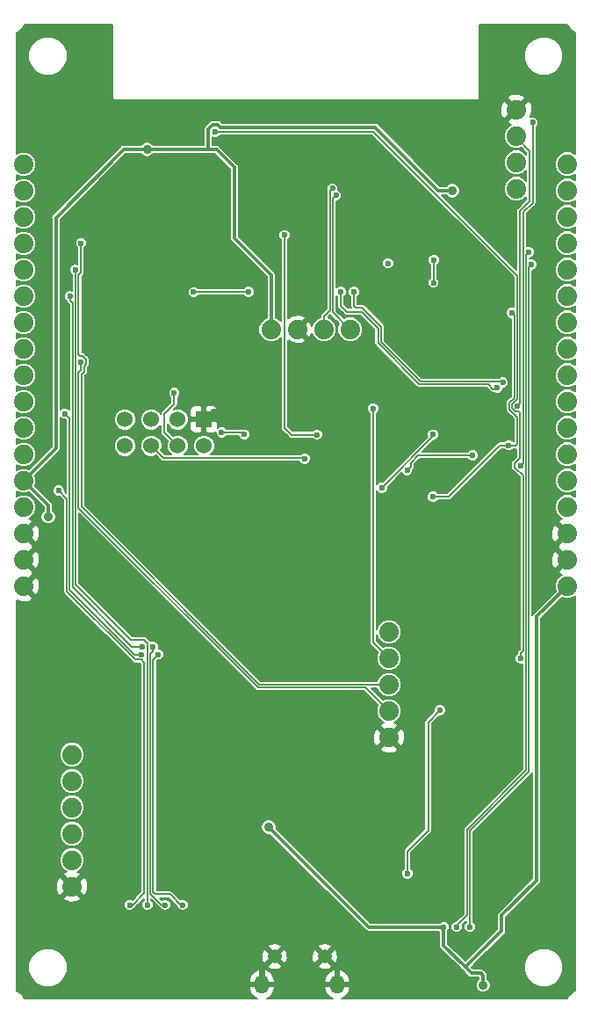
<source format=gbr>
G04 #@! TF.GenerationSoftware,KiCad,Pcbnew,6.0.0-rc1-unknown-ebb74fc~66~ubuntu18.04.1*
G04 #@! TF.CreationDate,2018-09-19T18:27:30+02:00*
G04 #@! TF.ProjectId,esp32-gateway,65737033322D676174657761792E6B69,v3*
G04 #@! TF.SameCoordinates,Original*
G04 #@! TF.FileFunction,Copper,L2,Bot,Signal*
G04 #@! TF.FilePolarity,Positive*
%FSLAX46Y46*%
G04 Gerber Fmt 4.6, Leading zero omitted, Abs format (unit mm)*
G04 Created by KiCad (PCBNEW 6.0.0-rc1-unknown-ebb74fc~66~ubuntu18.04.1) date Wed Sep 19 18:27:30 2018*
%MOMM*%
%LPD*%
G01*
G04 APERTURE LIST*
G04 #@! TA.AperFunction,ComponentPad*
%ADD10C,1.879600*%
G04 #@! TD*
G04 #@! TA.AperFunction,ComponentPad*
%ADD11C,1.524000*%
G04 #@! TD*
G04 #@! TA.AperFunction,ComponentPad*
%ADD12R,1.524000X1.524000*%
G04 #@! TD*
G04 #@! TA.AperFunction,ComponentPad*
%ADD13C,1.350000*%
G04 #@! TD*
G04 #@! TA.AperFunction,ComponentPad*
%ADD14O,1.350000X1.800000*%
G04 #@! TD*
G04 #@! TA.AperFunction,ViaPad*
%ADD15C,0.900000*%
G04 #@! TD*
G04 #@! TA.AperFunction,ViaPad*
%ADD16C,0.600000*%
G04 #@! TD*
G04 #@! TA.AperFunction,Conductor*
%ADD17C,0.300000*%
G04 #@! TD*
G04 #@! TA.AperFunction,Conductor*
%ADD18C,0.150000*%
G04 #@! TD*
G04 #@! TA.AperFunction,Conductor*
%ADD19C,0.152400*%
G04 #@! TD*
G04 APERTURE END LIST*
D10*
G04 #@! TO.P,J8,4*
G04 #@! TO.N,GND*
X163750000Y-73770000D03*
G04 #@! TO.P,J8,3*
G04 #@! TO.N,IO15*
X163750000Y-76310000D03*
G04 #@! TO.P,J8,2*
G04 #@! TO.N,Net-(J8-Pad2)*
X163750000Y-78850000D03*
G04 #@! TO.P,J8,1*
G04 #@! TO.N,LEDB*
X163750000Y-81390000D03*
G04 #@! TD*
G04 #@! TO.P,J7,4*
G04 #@! TO.N,IO21*
X147730000Y-94930000D03*
G04 #@! TO.P,J7,3*
G04 #@! TO.N,IO22*
X145190000Y-94930000D03*
G04 #@! TO.P,J7,2*
G04 #@! TO.N,GND*
X142650000Y-94930000D03*
G04 #@! TO.P,J7,1*
G04 #@! TO.N,LEDB*
X140110000Y-94930000D03*
G04 #@! TD*
G04 #@! TO.P,J2,5*
G04 #@! TO.N,GND*
X151490000Y-134230000D03*
G04 #@! TO.P,J2,4*
G04 #@! TO.N,IO27*
X151490000Y-131690000D03*
G04 #@! TO.P,J2,3*
G04 #@! TO.N,IO35*
X151490000Y-129150000D03*
G04 #@! TO.P,J2,2*
G04 #@! TO.N,IO0*
X151490000Y-126610000D03*
G04 #@! TO.P,J2,1*
G04 #@! TO.N,EN*
X151490000Y-124070000D03*
G04 #@! TD*
G04 #@! TO.P,J3,6*
G04 #@! TO.N,GND*
X120904000Y-148590000D03*
G04 #@! TO.P,J3,5*
G04 #@! TO.N,Net-(D5-Pad2)*
X120904000Y-146050000D03*
G04 #@! TO.P,J3,4*
G04 #@! TO.N,Net-(D4-Pad2)*
X120904000Y-143510000D03*
G04 #@! TO.P,J3,3*
G04 #@! TO.N,Net-(D3-Pad2)*
X120904000Y-140970000D03*
G04 #@! TO.P,J3,2*
G04 #@! TO.N,Net-(D2-Pad2)*
X120904000Y-138430000D03*
G04 #@! TO.P,J3,1*
G04 #@! TO.N,Net-(D1-Pad2)*
X120904000Y-135890000D03*
G04 #@! TD*
D11*
G04 #@! TO.P,U6,8*
G04 #@! TO.N,IO16*
X126020000Y-106150000D03*
G04 #@! TO.P,U6,7*
G04 #@! TO.N,IO19*
X126020000Y-103610000D03*
G04 #@! TO.P,U6,6*
G04 #@! TO.N,IO23*
X128560000Y-106150000D03*
G04 #@! TO.P,U6,5*
G04 #@! TO.N,IO18*
X128560000Y-103610000D03*
G04 #@! TO.P,U6,4*
G04 #@! TO.N,IO5*
X131100000Y-106150000D03*
G04 #@! TO.P,U6,3*
G04 #@! TO.N,CE-RST*
X131100000Y-103610000D03*
G04 #@! TO.P,U6,2*
G04 #@! TO.N,RFPOW*
X133640000Y-106150000D03*
D12*
G04 #@! TO.P,U6,1*
G04 #@! TO.N,GND*
X133640000Y-103610000D03*
G04 #@! TD*
D10*
G04 #@! TO.P,J6,17*
G04 #@! TO.N,IO23*
X168656000Y-79024000D03*
G04 #@! TO.P,J6,16*
G04 #@! TO.N,IO22*
X168656000Y-81564000D03*
G04 #@! TO.P,J6,15*
G04 #@! TO.N,ESPTX*
X168656000Y-84104000D03*
G04 #@! TO.P,J6,14*
G04 #@! TO.N,ESPRX*
X168656000Y-86644000D03*
G04 #@! TO.P,J6,13*
G04 #@! TO.N,IO21*
X168656000Y-89184000D03*
G04 #@! TO.P,J6,12*
G04 #@! TO.N,IO20*
X168656000Y-91724000D03*
G04 #@! TO.P,J6,11*
G04 #@! TO.N,IO19*
X168656000Y-94264000D03*
G04 #@! TO.P,J6,10*
G04 #@! TO.N,IO18*
X168656000Y-96804000D03*
G04 #@! TO.P,J6,9*
G04 #@! TO.N,IO5*
X168656000Y-99344000D03*
G04 #@! TO.P,J6,8*
G04 #@! TO.N,CE-RST*
X168656000Y-101884000D03*
G04 #@! TO.P,J6,7*
G04 #@! TO.N,IO16*
X168656000Y-104424000D03*
G04 #@! TO.P,J6,6*
G04 #@! TO.N,IO4*
X168656000Y-106964000D03*
G04 #@! TO.P,J6,5*
G04 #@! TO.N,IO2*
X168656000Y-109504000D03*
G04 #@! TO.P,J6,4*
G04 #@! TO.N,IO15*
X168656000Y-112044000D03*
G04 #@! TO.P,J6,3*
G04 #@! TO.N,GND*
X168656000Y-114584000D03*
G04 #@! TO.P,J6,2*
X168656000Y-117124000D03*
G04 #@! TO.P,J6,1*
G04 #@! TO.N,LEDB*
X168656000Y-119664000D03*
G04 #@! TD*
G04 #@! TO.P,J5,17*
G04 #@! TO.N,GND*
X116270000Y-119670000D03*
G04 #@! TO.P,J5,16*
X116270000Y-117130000D03*
G04 #@! TO.P,J5,15*
X116270000Y-114590000D03*
G04 #@! TO.P,J5,14*
G04 #@! TO.N,+5V*
X116270000Y-112050000D03*
G04 #@! TO.P,J5,13*
G04 #@! TO.N,LEDB*
X116270000Y-109510000D03*
G04 #@! TO.P,J5,12*
G04 #@! TO.N,IO13*
X116270000Y-106970000D03*
G04 #@! TO.P,J5,11*
G04 #@! TO.N,IO12*
X116270000Y-104430000D03*
G04 #@! TO.P,J5,10*
G04 #@! TO.N,IO14*
X116270000Y-101890000D03*
G04 #@! TO.P,J5,9*
G04 #@! TO.N,IO27*
X116270000Y-99350000D03*
G04 #@! TO.P,J5,8*
G04 #@! TO.N,IO26*
X116270000Y-96810000D03*
G04 #@! TO.P,J5,7*
G04 #@! TO.N,IO25*
X116270000Y-94270000D03*
G04 #@! TO.P,J5,6*
G04 #@! TO.N,IO33*
X116270000Y-91730000D03*
G04 #@! TO.P,J5,5*
G04 #@! TO.N,IO32*
X116270000Y-89190000D03*
G04 #@! TO.P,J5,4*
G04 #@! TO.N,IO35*
X116270000Y-86650000D03*
G04 #@! TO.P,J5,3*
G04 #@! TO.N,IO34*
X116270000Y-84110000D03*
G04 #@! TO.P,J5,2*
G04 #@! TO.N,SENSOR_VN*
X116270000Y-81570000D03*
G04 #@! TO.P,J5,1*
G04 #@! TO.N,SENSOR_VP*
X116270000Y-79030000D03*
G04 #@! TD*
D13*
G04 #@! TO.P,J1,6*
G04 #@! TO.N,GND*
X140440000Y-155350000D03*
X145290000Y-155350000D03*
D14*
X146490000Y-158030000D03*
X139240000Y-158030000D03*
G04 #@! TD*
D15*
G04 #@! TO.N,GND*
X161080000Y-78760000D03*
X159350000Y-115060000D03*
X148120000Y-156180000D03*
X146570000Y-154110000D03*
X138680000Y-136680000D03*
X136030000Y-139520000D03*
X134620000Y-102980000D03*
X144547920Y-103080300D03*
X119090000Y-75600000D03*
X124010000Y-75640000D03*
X123440000Y-71890000D03*
X137930000Y-81160000D03*
X138970000Y-83900000D03*
X126000000Y-82260000D03*
X123630000Y-82250000D03*
X120600000Y-78530000D03*
X124780000Y-80030000D03*
X127230000Y-80120000D03*
X162410000Y-144100000D03*
X164230000Y-146700000D03*
X161420000Y-150810000D03*
X155080000Y-156090000D03*
X150210000Y-150210000D03*
X159630000Y-154130000D03*
X161860000Y-155020000D03*
X118210000Y-83150000D03*
X118280000Y-85500000D03*
X123580000Y-85400000D03*
X123490000Y-88090000D03*
X118240000Y-87960000D03*
X120500000Y-87980000D03*
X118390000Y-90380000D03*
X120400000Y-90400000D03*
X118240000Y-92950000D03*
X118210000Y-98060000D03*
X118350000Y-100400000D03*
X118120000Y-103180000D03*
X118070000Y-105520000D03*
X119220000Y-107900000D03*
X123690000Y-105350000D03*
X123670000Y-108730000D03*
X130160000Y-109760000D03*
X127030000Y-109960000D03*
X126170000Y-113690000D03*
X130960000Y-113220000D03*
X130100000Y-116090000D03*
X123570000Y-117090000D03*
X166030000Y-90520000D03*
X166620000Y-92970000D03*
X157990000Y-94420000D03*
X160430000Y-96450000D03*
X157690000Y-96600000D03*
X159310000Y-98530000D03*
X153070000Y-94730000D03*
X154090000Y-91080000D03*
X151500000Y-113180000D03*
X148060000Y-109980000D03*
X140630000Y-108950000D03*
X139070000Y-106530000D03*
X138720000Y-112090000D03*
X141120000Y-115020000D03*
X138210000Y-114750000D03*
X144570000Y-115020000D03*
X140870000Y-117040000D03*
D16*
X153450000Y-110460000D03*
D15*
X153650000Y-105490000D03*
X158370000Y-111480000D03*
X143260000Y-88560000D03*
X142610000Y-77020000D03*
X137910000Y-78380000D03*
X130060000Y-80780000D03*
X137050000Y-93760000D03*
X134740000Y-95840000D03*
X138040000Y-96390000D03*
X133290000Y-97880000D03*
X132160000Y-99960000D03*
X137590000Y-98650000D03*
X139950000Y-98600000D03*
X135640000Y-97560000D03*
X133240000Y-93260000D03*
X130390000Y-95980000D03*
X128620000Y-98150000D03*
X127860000Y-100460000D03*
X125950000Y-100730000D03*
X124140000Y-103020000D03*
X131570000Y-141550000D03*
X132640000Y-136930000D03*
X126110000Y-135620000D03*
X125880000Y-130300000D03*
X123170000Y-127550000D03*
X131710000Y-128760000D03*
X149450000Y-139220000D03*
X150190000Y-143470000D03*
X143150000Y-150190000D03*
X137450000Y-152380000D03*
X142540000Y-157280000D03*
X122936000Y-153162000D03*
X166640000Y-150470000D03*
X139680000Y-124860000D03*
X152750000Y-120100000D03*
X146540000Y-126310000D03*
X117900000Y-128080000D03*
X127750000Y-122210000D03*
X133230000Y-119210000D03*
X156480000Y-124510000D03*
X163460000Y-123890000D03*
X162370000Y-131400000D03*
X167780000Y-133890000D03*
X162380000Y-133790000D03*
X162350000Y-136820000D03*
X157290000Y-138570000D03*
X157910000Y-128750000D03*
X131060000Y-86130000D03*
X129870000Y-88230000D03*
X127500000Y-90240000D03*
X125920000Y-92020000D03*
X123310000Y-94160000D03*
X131040000Y-90900000D03*
X128900000Y-92830000D03*
X127060000Y-94830000D03*
X124630000Y-97060000D03*
X123130000Y-98840000D03*
X118130000Y-95440000D03*
X161544000Y-70612000D03*
X167640000Y-73914000D03*
X154690000Y-96780000D03*
X157250000Y-98710000D03*
X167310000Y-123100000D03*
X167450000Y-145820000D03*
X152870000Y-140580000D03*
X147840000Y-121890000D03*
X166780000Y-97970000D03*
X167240000Y-103060000D03*
X167090000Y-105540000D03*
X163020000Y-110090000D03*
X167230000Y-110690000D03*
X167310000Y-108240000D03*
X167040000Y-100600000D03*
X148380000Y-147060000D03*
X152060000Y-106430000D03*
X151140000Y-107880000D03*
X140210000Y-102850000D03*
X152370000Y-101470000D03*
X157660000Y-102220000D03*
X161050000Y-102220000D03*
X154420000Y-93000000D03*
X149350000Y-78890000D03*
X135490000Y-80970000D03*
X135450000Y-83800000D03*
X135410000Y-86760000D03*
X137290000Y-89390000D03*
X148350000Y-89190000D03*
X149830000Y-77030000D03*
X149110000Y-80980000D03*
X148220000Y-82330000D03*
X148380000Y-85500000D03*
X167260000Y-95490000D03*
X160090000Y-76490000D03*
X166450000Y-71440000D03*
X119890000Y-72330000D03*
X166520000Y-77930000D03*
X120240000Y-97170000D03*
X120240000Y-101210000D03*
X120170000Y-93230000D03*
D16*
X119350000Y-81880000D03*
D15*
X159040000Y-78890000D03*
X157550000Y-77110000D03*
X159370000Y-83490000D03*
X153900000Y-77000000D03*
X155390000Y-74010000D03*
X159440000Y-73970000D03*
X161170000Y-85110000D03*
X163030000Y-85320000D03*
X154570000Y-86080000D03*
X162270000Y-93720000D03*
X158800000Y-90270000D03*
X166220000Y-82680000D03*
X163030000Y-87180000D03*
X166730000Y-85340000D03*
X167270000Y-88190000D03*
X159860000Y-86830000D03*
X157870000Y-84840000D03*
X154710000Y-81670000D03*
X142768320Y-96712024D03*
D16*
G04 #@! TO.N,IO0*
X156390000Y-131620000D03*
X153260000Y-147340000D03*
X149940000Y-102550000D03*
G04 #@! TO.N,EN*
X134710000Y-75920000D03*
X164180000Y-126640000D03*
G04 #@! TO.N,IO35*
X121790000Y-86620000D03*
G04 #@! TO.N,IO32*
X128177500Y-150370500D03*
X121270000Y-89200000D03*
G04 #@! TO.N,IO33*
X129885000Y-150370500D03*
X127650000Y-125480000D03*
X128700000Y-125500000D03*
X120740000Y-91750000D03*
G04 #@! TO.N,IO27*
X121780000Y-98050000D03*
G04 #@! TO.N,IO12*
X131592500Y-150370500D03*
X120216000Y-103050000D03*
X127640000Y-126240000D03*
X129250000Y-126240000D03*
G04 #@! TO.N,IO13*
X126470000Y-150370500D03*
X137935000Y-91335000D03*
X119620000Y-110470000D03*
X132630000Y-91350000D03*
G04 #@! TO.N,IO15*
X146825000Y-91335000D03*
X161930000Y-100570000D03*
X163880000Y-102320000D03*
G04 #@! TO.N,IO2*
X148095000Y-91335000D03*
X162450000Y-100050000D03*
G04 #@! TO.N,IO4*
X151380000Y-88565000D03*
G04 #@! TO.N,IO16*
X153220000Y-108510000D03*
X159544080Y-107078260D03*
X137536000Y-105058000D03*
X135350000Y-104850000D03*
G04 #@! TO.N,IO5*
X130770000Y-101060000D03*
X155770000Y-90430000D03*
X155820000Y-88240000D03*
X150790000Y-110180000D03*
X155736000Y-105058000D03*
G04 #@! TO.N,IO18*
X163020000Y-106090000D03*
X155736000Y-111058000D03*
X163320000Y-93340000D03*
G04 #@! TO.N,IO19*
X141400000Y-85850000D03*
X144547920Y-105079280D03*
G04 #@! TO.N,IO21*
X146370000Y-82040000D03*
G04 #@! TO.N,ESPRX*
X159285000Y-152490920D03*
X165200000Y-88680000D03*
G04 #@! TO.N,ESPTX*
X158015000Y-152490920D03*
X164930000Y-87480000D03*
G04 #@! TO.N,IO22*
X146030000Y-81360000D03*
G04 #@! TO.N,IO23*
X143350000Y-107380000D03*
X164170000Y-108050000D03*
X165330000Y-75010000D03*
D15*
G04 #@! TO.N,LEDB*
X139880000Y-142880000D03*
D16*
X156745000Y-152490920D03*
D15*
X160555000Y-158089080D03*
X118630000Y-112970000D03*
X128160000Y-77600000D03*
X157570000Y-81570000D03*
G04 #@! TD*
D17*
G04 #@! TO.N,GND*
X133640000Y-103610000D02*
X133990000Y-103610000D01*
X133990000Y-103610000D02*
X134620000Y-102980000D01*
D18*
G04 #@! TO.N,IO0*
X156390000Y-131620000D02*
X155250000Y-132760000D01*
X155250000Y-132760000D02*
X155250000Y-143220000D01*
X155250000Y-143220000D02*
X153260000Y-145210000D01*
X153260000Y-145210000D02*
X153260000Y-147340000D01*
X149940000Y-102550000D02*
X149940000Y-125060000D01*
X149940000Y-125060000D02*
X151490000Y-126610000D01*
G04 #@! TO.N,EN*
X164180000Y-126110000D02*
X164180000Y-126640000D01*
X163620000Y-108220000D02*
X164410000Y-109010000D01*
X163620000Y-107860000D02*
X163620000Y-108220000D01*
X164130000Y-102960000D02*
X164130000Y-107350000D01*
X164410000Y-125880000D02*
X164180000Y-126110000D01*
X164410000Y-109010000D02*
X164410000Y-125880000D01*
X163680000Y-102830000D02*
X164000000Y-102830000D01*
X134740000Y-75890000D02*
X149960000Y-75890000D01*
X134710000Y-75920000D02*
X134740000Y-75890000D01*
X163840000Y-101650000D02*
X163370000Y-102120000D01*
X149960000Y-75890000D02*
X163840000Y-89770000D01*
X164000000Y-102830000D02*
X164130000Y-102960000D01*
X163840000Y-89770000D02*
X163840000Y-101650000D01*
X164130000Y-107350000D02*
X163620000Y-107860000D01*
X163370000Y-102520000D02*
X163680000Y-102830000D01*
X163370000Y-102120000D02*
X163370000Y-102520000D01*
G04 #@! TO.N,IO35*
X121830000Y-112000000D02*
X138980000Y-129150000D01*
X122070000Y-98480000D02*
X122070000Y-99010000D01*
X121830000Y-99250000D02*
X121830000Y-112000000D01*
X122290000Y-98260000D02*
X122070000Y-98480000D01*
X121950000Y-97510000D02*
X122290000Y-97850000D01*
X121790000Y-86620000D02*
X121790000Y-89470000D01*
X121790000Y-89470000D02*
X121550000Y-89710000D01*
X121550000Y-89710000D02*
X121550000Y-97360000D01*
X122070000Y-99010000D02*
X121830000Y-99250000D01*
X122290000Y-97850000D02*
X122290000Y-98260000D01*
X121550000Y-97360000D02*
X121700000Y-97510000D01*
X138980000Y-129150000D02*
X151490000Y-129150000D01*
X121700000Y-97510000D02*
X121950000Y-97510000D01*
G04 #@! TO.N,IO32*
X128177500Y-125147500D02*
X128177500Y-150370500D01*
X127870000Y-124840000D02*
X128177500Y-125147500D01*
X126620000Y-124840000D02*
X127870000Y-124840000D01*
X121270000Y-89200000D02*
X121270000Y-119490000D01*
X121270000Y-119490000D02*
X126620000Y-124840000D01*
G04 #@! TO.N,IO33*
X128700000Y-125980000D02*
X128700000Y-125500000D01*
X128460000Y-126220000D02*
X128700000Y-125980000D01*
X128460000Y-149290000D02*
X128460000Y-126220000D01*
X129885000Y-150370500D02*
X129540500Y-150370500D01*
X129540500Y-150370500D02*
X128460000Y-149290000D01*
X120990000Y-119760000D02*
X126710000Y-125480000D01*
X126710000Y-125480000D02*
X127650000Y-125480000D01*
X120990000Y-92410000D02*
X120990000Y-119760000D01*
X120740000Y-91750000D02*
X120740000Y-92160000D01*
X120740000Y-92160000D02*
X120990000Y-92410000D01*
G04 #@! TO.N,IO27*
X121780000Y-98890000D02*
X121780000Y-98050000D01*
X151490000Y-131690000D02*
X151460000Y-131690000D01*
X151460000Y-131690000D02*
X149200000Y-129430000D01*
X121550000Y-99120000D02*
X121780000Y-98890000D01*
X138860000Y-129430000D02*
X121550000Y-112120000D01*
X149200000Y-129430000D02*
X138860000Y-129430000D01*
X121550000Y-112120000D02*
X121550000Y-99120000D01*
G04 #@! TO.N,IO12*
X127640000Y-126240000D02*
X126950000Y-126240000D01*
X120700000Y-103534000D02*
X120216000Y-103050000D01*
X126950000Y-126240000D02*
X120700000Y-119990000D01*
X120700000Y-119990000D02*
X120700000Y-103534000D01*
X128740000Y-126750000D02*
X129250000Y-126240000D01*
X128920000Y-149350000D02*
X128740000Y-149170000D01*
X130380000Y-149350000D02*
X128920000Y-149350000D01*
X131592500Y-150370500D02*
X131400500Y-150370500D01*
X128740000Y-149170000D02*
X128740000Y-126750000D01*
X131400500Y-150370500D02*
X130380000Y-149350000D01*
G04 #@! TO.N,IO13*
X126749500Y-150370500D02*
X126470000Y-150370500D01*
X127900000Y-149220000D02*
X126749500Y-150370500D01*
X127900000Y-127060000D02*
X127900000Y-149220000D01*
X127580000Y-126740000D02*
X127900000Y-127060000D01*
X126990000Y-126740000D02*
X127580000Y-126740000D01*
X120410000Y-120160000D02*
X126990000Y-126740000D01*
X119620000Y-110470000D02*
X120410000Y-111260000D01*
X120410000Y-111260000D02*
X120410000Y-120160000D01*
X132630000Y-91350000D02*
X132645000Y-91335000D01*
X132645000Y-91335000D02*
X137935000Y-91335000D01*
G04 #@! TO.N,IO15*
X161510000Y-100670000D02*
X161050000Y-100210000D01*
X161930000Y-100570000D02*
X161830000Y-100670000D01*
X146825000Y-92660000D02*
X146825000Y-91335000D01*
X161050000Y-100210000D02*
X154375000Y-100210000D01*
X161830000Y-100670000D02*
X161510000Y-100670000D01*
X147395000Y-93230000D02*
X148830000Y-93230000D01*
X147395000Y-93230000D02*
X146825000Y-92660000D01*
X150430000Y-94830000D02*
X150430000Y-96265000D01*
X148830000Y-93230000D02*
X150430000Y-94830000D01*
X154375000Y-100210000D02*
X150430000Y-96265000D01*
X164130000Y-102070000D02*
X163880000Y-102320000D01*
X164130000Y-83530000D02*
X164130000Y-102070000D01*
X165050000Y-82610000D02*
X164130000Y-83530000D01*
X165050000Y-77750000D02*
X165050000Y-82610000D01*
X163750000Y-76310000D02*
X163750000Y-76450000D01*
X163750000Y-76450000D02*
X165050000Y-77750000D01*
G04 #@! TO.N,IO2*
X162330000Y-99930000D02*
X162450000Y-100050000D01*
X154490000Y-99930000D02*
X162330000Y-99930000D01*
X150720000Y-96160000D02*
X154490000Y-99930000D01*
X148095000Y-92635000D02*
X148290000Y-92830000D01*
X148290000Y-92830000D02*
X148880000Y-92830000D01*
X148095000Y-91335000D02*
X148095000Y-92635000D01*
X148880000Y-92830000D02*
X150720000Y-94670000D01*
X150720000Y-94670000D02*
X150720000Y-96160000D01*
G04 #@! TO.N,IO16*
X159542340Y-107080000D02*
X159544080Y-107078260D01*
X154290000Y-107080000D02*
X159542340Y-107080000D01*
X153580000Y-107790000D02*
X154290000Y-107080000D01*
X153220000Y-108510000D02*
X153580000Y-108150000D01*
X153580000Y-108150000D02*
X153580000Y-107790000D01*
X137328000Y-104850000D02*
X137536000Y-105058000D01*
X135350000Y-104850000D02*
X137328000Y-104850000D01*
G04 #@! TO.N,IO5*
X130770000Y-101060000D02*
X130770000Y-102120000D01*
X130770000Y-102120000D02*
X129800000Y-103090000D01*
X129800000Y-104850000D02*
X131100000Y-106150000D01*
X129800000Y-103090000D02*
X129800000Y-104850000D01*
X155820000Y-90380000D02*
X155770000Y-90430000D01*
X155820000Y-88240000D02*
X155820000Y-90380000D01*
X150790000Y-110180000D02*
X155736000Y-105234000D01*
X155736000Y-105234000D02*
X155736000Y-105058000D01*
G04 #@! TO.N,IO18*
X157202000Y-111058000D02*
X155736000Y-111058000D01*
X163020000Y-106090000D02*
X162170000Y-106090000D01*
X162170000Y-106090000D02*
X157202000Y-111058000D01*
X163690000Y-106090000D02*
X163020000Y-106090000D01*
X163850000Y-105930000D02*
X163690000Y-106090000D01*
X163850000Y-103400000D02*
X163850000Y-105930000D01*
X163320000Y-93340000D02*
X163560000Y-93580000D01*
X163560000Y-93580000D02*
X163560000Y-101530000D01*
X163560000Y-101530000D02*
X163090000Y-102000000D01*
X163090000Y-102000000D02*
X163090000Y-102640000D01*
X163090000Y-102640000D02*
X163850000Y-103400000D01*
G04 #@! TO.N,IO19*
X141400000Y-85850000D02*
X141400000Y-104420000D01*
X141400000Y-104420000D02*
X142059280Y-105079280D01*
X142059280Y-105079280D02*
X144547920Y-105079280D01*
G04 #@! TO.N,IO21*
X147730000Y-94930000D02*
X147710000Y-94930000D01*
X146070000Y-93290000D02*
X147710000Y-94930000D01*
X146370000Y-82040000D02*
X146070000Y-82340000D01*
X146070000Y-82340000D02*
X146070000Y-93290000D01*
G04 #@! TO.N,ESPRX*
X165200000Y-88680000D02*
X164970000Y-88910000D01*
X164970000Y-88910000D02*
X164970000Y-137540000D01*
X164970000Y-137540000D02*
X159285000Y-143225000D01*
X159285000Y-143225000D02*
X159285000Y-152490920D01*
G04 #@! TO.N,ESPTX*
X168656000Y-84104000D02*
X168636000Y-84104000D01*
X164930000Y-87480000D02*
X164690000Y-87720000D01*
X158990000Y-143110000D02*
X158990000Y-151360000D01*
X164690000Y-137410000D02*
X158990000Y-143110000D01*
X164690000Y-87720000D02*
X164690000Y-137410000D01*
X158015000Y-152335000D02*
X158015000Y-152490920D01*
X158990000Y-151360000D02*
X158015000Y-152335000D01*
G04 #@! TO.N,IO22*
X145790000Y-81600000D02*
X146030000Y-81360000D01*
X145790000Y-93100000D02*
X145790000Y-81600000D01*
X145190000Y-94930000D02*
X145190000Y-93700000D01*
X145190000Y-93700000D02*
X145790000Y-93100000D01*
G04 #@! TO.N,IO23*
X129730000Y-107320000D02*
X128560000Y-106150000D01*
X143290000Y-107320000D02*
X129730000Y-107320000D01*
X143350000Y-107380000D02*
X143290000Y-107320000D01*
X164410000Y-107810000D02*
X164170000Y-108050000D01*
X164410000Y-83650000D02*
X164410000Y-107810000D01*
X165330000Y-75010000D02*
X165330000Y-82730000D01*
X165330000Y-82730000D02*
X164410000Y-83650000D01*
D17*
G04 #@! TO.N,LEDB*
X149490920Y-152490920D02*
X156745000Y-152490920D01*
X156745000Y-152490920D02*
X156745000Y-154279080D01*
X118630000Y-111870000D02*
X116270000Y-109510000D01*
X118630000Y-112970000D02*
X118630000Y-111870000D01*
X139880000Y-142880000D02*
X149490920Y-152490920D01*
X160555000Y-158089080D02*
X160555000Y-157165000D01*
X160354080Y-156964080D02*
X159430000Y-156964080D01*
X160555000Y-157165000D02*
X160354080Y-156964080D01*
X158740000Y-156274080D02*
X159430000Y-156964080D01*
X156745000Y-154279080D02*
X158740000Y-156274080D01*
X162350000Y-152880000D02*
X162350000Y-151380000D01*
X162350000Y-151380000D02*
X165730000Y-148000000D01*
X158740000Y-156274080D02*
X158955920Y-156274080D01*
X165730000Y-122590000D02*
X168656000Y-119664000D01*
X165730000Y-148000000D02*
X165730000Y-122590000D01*
X158955920Y-156274080D02*
X162350000Y-152880000D01*
X134850000Y-77600000D02*
X136580000Y-79330000D01*
X136580000Y-79330000D02*
X136580000Y-86170000D01*
X140110000Y-89700000D02*
X140110000Y-94930000D01*
X136580000Y-86170000D02*
X140110000Y-89700000D01*
X128160000Y-77600000D02*
X132400000Y-77600000D01*
X133950000Y-77600000D02*
X134850000Y-77600000D01*
X132400000Y-77600000D02*
X133950000Y-77600000D01*
X119360000Y-84160000D02*
X119360000Y-106420000D01*
X119360000Y-106420000D02*
X116270000Y-109510000D01*
X128160000Y-77600000D02*
X125920000Y-77600000D01*
X125920000Y-77600000D02*
X119360000Y-84160000D01*
X134060000Y-77490000D02*
X133950000Y-77600000D01*
X134060000Y-75650000D02*
X134060000Y-77490000D01*
X156250000Y-81570000D02*
X150130000Y-75450000D01*
X157570000Y-81570000D02*
X156250000Y-81570000D01*
X134480000Y-75230000D02*
X134060000Y-75650000D01*
X150130000Y-75450000D02*
X135200000Y-75450000D01*
X135200000Y-75450000D02*
X134980000Y-75230000D01*
X134980000Y-75230000D02*
X134480000Y-75230000D01*
G04 #@! TD*
D19*
G04 #@! TO.N,GND*
G36*
X163488800Y-89915472D02*
X163488800Y-92786245D01*
X163434613Y-92763800D01*
X163205387Y-92763800D01*
X162993609Y-92851522D01*
X162831522Y-93013609D01*
X162743800Y-93225387D01*
X162743800Y-93454613D01*
X162831522Y-93666391D01*
X162993609Y-93828478D01*
X163205387Y-93916200D01*
X163208800Y-93916200D01*
X163208801Y-101384527D01*
X162866122Y-101727207D01*
X162836799Y-101746800D01*
X162759177Y-101862970D01*
X162738954Y-101964641D01*
X162731920Y-102000000D01*
X162738800Y-102034588D01*
X162738801Y-102605408D01*
X162731920Y-102640000D01*
X162759178Y-102777031D01*
X162799114Y-102836799D01*
X162836800Y-102893201D01*
X162866123Y-102912794D01*
X163498800Y-103545472D01*
X163498801Y-105738800D01*
X163483669Y-105738800D01*
X163346391Y-105601522D01*
X163134613Y-105513800D01*
X162905387Y-105513800D01*
X162693609Y-105601522D01*
X162556331Y-105738800D01*
X162204587Y-105738800D01*
X162170000Y-105731920D01*
X162135413Y-105738800D01*
X162135412Y-105738800D01*
X162032969Y-105759177D01*
X161916799Y-105836799D01*
X161897206Y-105866122D01*
X157056529Y-110706800D01*
X156199669Y-110706800D01*
X156062391Y-110569522D01*
X155850613Y-110481800D01*
X155621387Y-110481800D01*
X155409609Y-110569522D01*
X155247522Y-110731609D01*
X155159800Y-110943387D01*
X155159800Y-111172613D01*
X155247522Y-111384391D01*
X155409609Y-111546478D01*
X155621387Y-111634200D01*
X155850613Y-111634200D01*
X156062391Y-111546478D01*
X156199669Y-111409200D01*
X157167413Y-111409200D01*
X157202000Y-111416080D01*
X157236587Y-111409200D01*
X157236588Y-111409200D01*
X157339031Y-111388823D01*
X157455201Y-111311201D01*
X157474796Y-111281875D01*
X162315472Y-106441200D01*
X162556331Y-106441200D01*
X162693609Y-106578478D01*
X162905387Y-106666200D01*
X163134613Y-106666200D01*
X163346391Y-106578478D01*
X163483669Y-106441200D01*
X163655413Y-106441200D01*
X163690000Y-106448080D01*
X163724587Y-106441200D01*
X163724588Y-106441200D01*
X163778801Y-106430417D01*
X163778801Y-107204527D01*
X163396122Y-107587207D01*
X163366799Y-107606800D01*
X163289177Y-107722970D01*
X163282724Y-107755412D01*
X163261920Y-107860000D01*
X163268800Y-107894587D01*
X163268800Y-108185413D01*
X163261920Y-108220000D01*
X163268800Y-108254587D01*
X163268800Y-108254588D01*
X163289178Y-108357031D01*
X163366800Y-108473201D01*
X163396123Y-108492794D01*
X164058800Y-109155472D01*
X164058801Y-125734527D01*
X163956122Y-125837207D01*
X163926799Y-125856800D01*
X163849177Y-125972970D01*
X163844572Y-125996122D01*
X163821920Y-126110000D01*
X163828800Y-126144588D01*
X163828800Y-126176331D01*
X163691522Y-126313609D01*
X163603800Y-126525387D01*
X163603800Y-126754613D01*
X163691522Y-126966391D01*
X163853609Y-127128478D01*
X164065387Y-127216200D01*
X164294613Y-127216200D01*
X164338801Y-127197897D01*
X164338801Y-137264527D01*
X158766123Y-142837206D01*
X158736799Y-142856800D01*
X158659177Y-142972970D01*
X158648937Y-143024450D01*
X158631920Y-143110000D01*
X158638800Y-143144587D01*
X158638801Y-151214527D01*
X157938609Y-151914720D01*
X157900387Y-151914720D01*
X157688609Y-152002442D01*
X157526522Y-152164529D01*
X157438800Y-152376307D01*
X157438800Y-152605533D01*
X157526522Y-152817311D01*
X157688609Y-152979398D01*
X157900387Y-153067120D01*
X158129613Y-153067120D01*
X158341391Y-152979398D01*
X158503478Y-152817311D01*
X158591200Y-152605533D01*
X158591200Y-152376307D01*
X158555808Y-152290863D01*
X158933801Y-151912871D01*
X158933801Y-152027250D01*
X158796522Y-152164529D01*
X158708800Y-152376307D01*
X158708800Y-152605533D01*
X158796522Y-152817311D01*
X158958609Y-152979398D01*
X159170387Y-153067120D01*
X159399613Y-153067120D01*
X159611391Y-152979398D01*
X159773478Y-152817311D01*
X159861200Y-152605533D01*
X159861200Y-152376307D01*
X159773478Y-152164529D01*
X159636200Y-152027251D01*
X159636200Y-143370471D01*
X165193878Y-137812794D01*
X165223201Y-137793201D01*
X165300823Y-137677031D01*
X165303800Y-137662062D01*
X165303800Y-147823462D01*
X162078313Y-151048950D01*
X162042728Y-151072727D01*
X162018952Y-151108311D01*
X161948529Y-151213706D01*
X161915451Y-151380000D01*
X161923801Y-151421978D01*
X161923800Y-152703462D01*
X158847960Y-155779303D01*
X157171200Y-154102543D01*
X157171200Y-152879589D01*
X157233478Y-152817311D01*
X157321200Y-152605533D01*
X157321200Y-152376307D01*
X157233478Y-152164529D01*
X157071391Y-152002442D01*
X156859613Y-151914720D01*
X156630387Y-151914720D01*
X156418609Y-152002442D01*
X156356331Y-152064720D01*
X149667458Y-152064720D01*
X144828125Y-147225387D01*
X152683800Y-147225387D01*
X152683800Y-147454613D01*
X152771522Y-147666391D01*
X152933609Y-147828478D01*
X153145387Y-147916200D01*
X153374613Y-147916200D01*
X153586391Y-147828478D01*
X153748478Y-147666391D01*
X153836200Y-147454613D01*
X153836200Y-147225387D01*
X153748478Y-147013609D01*
X153611200Y-146876331D01*
X153611200Y-145355471D01*
X155473878Y-143492794D01*
X155503201Y-143473201D01*
X155580823Y-143357031D01*
X155601200Y-143254588D01*
X155601200Y-143254587D01*
X155608080Y-143220000D01*
X155601200Y-143185413D01*
X155601200Y-132905471D01*
X156310471Y-132196200D01*
X156504613Y-132196200D01*
X156716391Y-132108478D01*
X156878478Y-131946391D01*
X156966200Y-131734613D01*
X156966200Y-131505387D01*
X156878478Y-131293609D01*
X156716391Y-131131522D01*
X156504613Y-131043800D01*
X156275387Y-131043800D01*
X156063609Y-131131522D01*
X155901522Y-131293609D01*
X155813800Y-131505387D01*
X155813800Y-131699529D01*
X155026123Y-132487206D01*
X154996799Y-132506800D01*
X154919177Y-132622970D01*
X154906343Y-132687493D01*
X154891920Y-132760000D01*
X154898800Y-132794587D01*
X154898801Y-143074527D01*
X153036122Y-144937207D01*
X153006799Y-144956800D01*
X152929177Y-145072970D01*
X152908954Y-145174641D01*
X152901920Y-145210000D01*
X152908800Y-145244587D01*
X152908801Y-146876330D01*
X152771522Y-147013609D01*
X152683800Y-147225387D01*
X144828125Y-147225387D01*
X140606200Y-143003463D01*
X140606200Y-142735550D01*
X140495643Y-142468641D01*
X140291359Y-142264357D01*
X140024450Y-142153800D01*
X139735550Y-142153800D01*
X139468641Y-142264357D01*
X139264357Y-142468641D01*
X139153800Y-142735550D01*
X139153800Y-143024450D01*
X139264357Y-143291359D01*
X139468641Y-143495643D01*
X139735550Y-143606200D01*
X140003463Y-143606200D01*
X149159870Y-152762608D01*
X149183647Y-152798193D01*
X149324625Y-152892391D01*
X149448947Y-152917120D01*
X149490919Y-152925469D01*
X149532891Y-152917120D01*
X156318800Y-152917120D01*
X156318801Y-154237102D01*
X156310451Y-154279080D01*
X156343529Y-154445374D01*
X156343530Y-154445375D01*
X156437728Y-154586353D01*
X156473313Y-154610130D01*
X158408950Y-156545768D01*
X158432727Y-156581353D01*
X158468315Y-156605132D01*
X159098950Y-157235768D01*
X159122727Y-157271353D01*
X159263705Y-157365551D01*
X159388027Y-157390280D01*
X159429999Y-157398629D01*
X159471971Y-157390280D01*
X160128801Y-157390280D01*
X160128801Y-157488277D01*
X159939357Y-157677721D01*
X159828800Y-157944630D01*
X159828800Y-158233530D01*
X159939357Y-158500439D01*
X160143641Y-158704723D01*
X160410550Y-158815280D01*
X160699450Y-158815280D01*
X160966359Y-158704723D01*
X161170643Y-158500439D01*
X161281200Y-158233530D01*
X161281200Y-157944630D01*
X161170643Y-157677721D01*
X160981200Y-157488278D01*
X160981200Y-157206973D01*
X160989549Y-157165000D01*
X160956471Y-156998705D01*
X160933335Y-156964080D01*
X160862273Y-156857727D01*
X160826685Y-156833948D01*
X160685132Y-156692395D01*
X160661353Y-156656807D01*
X160520375Y-156562609D01*
X160396053Y-156537880D01*
X160354080Y-156529531D01*
X160312107Y-156537880D01*
X159606538Y-156537880D01*
X159450697Y-156382040D01*
X159805936Y-156026801D01*
X164523800Y-156026801D01*
X164523800Y-156773199D01*
X164809434Y-157462782D01*
X165337218Y-157990566D01*
X166026801Y-158276200D01*
X166773199Y-158276200D01*
X167462782Y-157990566D01*
X167990566Y-157462782D01*
X168276200Y-156773199D01*
X168276200Y-156026801D01*
X167990566Y-155337218D01*
X167462782Y-154809434D01*
X166773199Y-154523800D01*
X166026801Y-154523800D01*
X165337218Y-154809434D01*
X164809434Y-155337218D01*
X164523800Y-156026801D01*
X159805936Y-156026801D01*
X162621688Y-153211050D01*
X162657273Y-153187273D01*
X162751471Y-153046295D01*
X162776200Y-152921973D01*
X162776200Y-152921972D01*
X162784549Y-152880000D01*
X162776200Y-152838027D01*
X162776200Y-151556537D01*
X166001688Y-148331050D01*
X166037273Y-148307273D01*
X166131471Y-148166295D01*
X166156200Y-148041973D01*
X166156200Y-148041972D01*
X166164549Y-148000000D01*
X166156200Y-147958027D01*
X166156200Y-122766537D01*
X168151514Y-120771224D01*
X168414123Y-120880000D01*
X168897877Y-120880000D01*
X169344809Y-120694875D01*
X169413800Y-120625884D01*
X169413800Y-158659542D01*
X169296643Y-158702184D01*
X169227737Y-158741967D01*
X169227735Y-158741970D01*
X168895184Y-159021012D01*
X168895181Y-159021014D01*
X168844037Y-159081965D01*
X168652453Y-159413800D01*
X146947765Y-159413800D01*
X147270279Y-159248660D01*
X147591141Y-158874422D01*
X147744364Y-158405883D01*
X147606474Y-158207800D01*
X146667800Y-158207800D01*
X146667800Y-158227800D01*
X146312200Y-158227800D01*
X146312200Y-158207800D01*
X145373526Y-158207800D01*
X145235636Y-158405883D01*
X145388859Y-158874422D01*
X145709721Y-159248660D01*
X146032235Y-159413800D01*
X139697765Y-159413800D01*
X140020279Y-159248660D01*
X140341141Y-158874422D01*
X140494364Y-158405883D01*
X140356474Y-158207800D01*
X139417800Y-158207800D01*
X139417800Y-158227800D01*
X139062200Y-158227800D01*
X139062200Y-158207800D01*
X138123526Y-158207800D01*
X137985636Y-158405883D01*
X138138859Y-158874422D01*
X138459721Y-159248660D01*
X138782235Y-159413800D01*
X116340458Y-159413800D01*
X116297816Y-159296643D01*
X116258033Y-159227737D01*
X116258030Y-159227735D01*
X115978988Y-158895184D01*
X115978986Y-158895181D01*
X115918035Y-158844037D01*
X115586200Y-158652453D01*
X115586200Y-156026801D01*
X116723800Y-156026801D01*
X116723800Y-156773199D01*
X117009434Y-157462782D01*
X117537218Y-157990566D01*
X118226801Y-158276200D01*
X118973199Y-158276200D01*
X119662782Y-157990566D01*
X119999231Y-157654117D01*
X137985636Y-157654117D01*
X138123526Y-157852200D01*
X139062200Y-157852200D01*
X139062200Y-156706141D01*
X139417800Y-156706141D01*
X139417800Y-157852200D01*
X140356474Y-157852200D01*
X140494364Y-157654117D01*
X145235636Y-157654117D01*
X145373526Y-157852200D01*
X146312200Y-157852200D01*
X146312200Y-156706141D01*
X146667800Y-156706141D01*
X146667800Y-157852200D01*
X147606474Y-157852200D01*
X147744364Y-157654117D01*
X147591141Y-157185578D01*
X147270279Y-156811340D01*
X146860620Y-156601578D01*
X146667800Y-156706141D01*
X146312200Y-156706141D01*
X146119380Y-156601578D01*
X145709721Y-156811340D01*
X145388859Y-157185578D01*
X145235636Y-157654117D01*
X140494364Y-157654117D01*
X140341141Y-157185578D01*
X140020279Y-156811340D01*
X139610620Y-156601578D01*
X139417800Y-156706141D01*
X139062200Y-156706141D01*
X138869380Y-156601578D01*
X138459721Y-156811340D01*
X138138859Y-157185578D01*
X137985636Y-157654117D01*
X119999231Y-157654117D01*
X120190566Y-157462782D01*
X120476200Y-156773199D01*
X120476200Y-156270399D01*
X139771048Y-156270399D01*
X139836475Y-156483172D01*
X140316062Y-156627873D01*
X140814516Y-156578030D01*
X141043525Y-156483172D01*
X141108952Y-156270399D01*
X144621048Y-156270399D01*
X144686475Y-156483172D01*
X145166062Y-156627873D01*
X145664516Y-156578030D01*
X145893525Y-156483172D01*
X145958952Y-156270399D01*
X145290000Y-155601447D01*
X144621048Y-156270399D01*
X141108952Y-156270399D01*
X140440000Y-155601447D01*
X139771048Y-156270399D01*
X120476200Y-156270399D01*
X120476200Y-156026801D01*
X120190566Y-155337218D01*
X120079410Y-155226062D01*
X139162127Y-155226062D01*
X139211970Y-155724516D01*
X139306828Y-155953525D01*
X139519601Y-156018952D01*
X140188553Y-155350000D01*
X140691447Y-155350000D01*
X141360399Y-156018952D01*
X141573172Y-155953525D01*
X141717873Y-155473938D01*
X141693087Y-155226062D01*
X144012127Y-155226062D01*
X144061970Y-155724516D01*
X144156828Y-155953525D01*
X144369601Y-156018952D01*
X145038553Y-155350000D01*
X145541447Y-155350000D01*
X146210399Y-156018952D01*
X146423172Y-155953525D01*
X146567873Y-155473938D01*
X146518030Y-154975484D01*
X146423172Y-154746475D01*
X146210399Y-154681048D01*
X145541447Y-155350000D01*
X145038553Y-155350000D01*
X144369601Y-154681048D01*
X144156828Y-154746475D01*
X144012127Y-155226062D01*
X141693087Y-155226062D01*
X141668030Y-154975484D01*
X141573172Y-154746475D01*
X141360399Y-154681048D01*
X140691447Y-155350000D01*
X140188553Y-155350000D01*
X139519601Y-154681048D01*
X139306828Y-154746475D01*
X139162127Y-155226062D01*
X120079410Y-155226062D01*
X119662782Y-154809434D01*
X118973199Y-154523800D01*
X118226801Y-154523800D01*
X117537218Y-154809434D01*
X117009434Y-155337218D01*
X116723800Y-156026801D01*
X115586200Y-156026801D01*
X115586200Y-154429601D01*
X139771048Y-154429601D01*
X140440000Y-155098553D01*
X141108952Y-154429601D01*
X144621048Y-154429601D01*
X145290000Y-155098553D01*
X145958952Y-154429601D01*
X145893525Y-154216828D01*
X145413938Y-154072127D01*
X144915484Y-154121970D01*
X144686475Y-154216828D01*
X144621048Y-154429601D01*
X141108952Y-154429601D01*
X141043525Y-154216828D01*
X140563938Y-154072127D01*
X140065484Y-154121970D01*
X139836475Y-154216828D01*
X139771048Y-154429601D01*
X115586200Y-154429601D01*
X115586200Y-149703222D01*
X120042225Y-149703222D01*
X120140508Y-149943348D01*
X120716529Y-150132507D01*
X121321091Y-150086832D01*
X121667492Y-149943348D01*
X121765775Y-149703222D01*
X120904000Y-148841447D01*
X120042225Y-149703222D01*
X115586200Y-149703222D01*
X115586200Y-148402529D01*
X119361493Y-148402529D01*
X119407168Y-149007091D01*
X119550652Y-149353492D01*
X119790778Y-149451775D01*
X120652553Y-148590000D01*
X121155447Y-148590000D01*
X122017222Y-149451775D01*
X122257348Y-149353492D01*
X122446507Y-148777471D01*
X122400832Y-148172909D01*
X122257348Y-147826508D01*
X122017222Y-147728225D01*
X121155447Y-148590000D01*
X120652553Y-148590000D01*
X119790778Y-147728225D01*
X119550652Y-147826508D01*
X119361493Y-148402529D01*
X115586200Y-148402529D01*
X115586200Y-145808123D01*
X119688000Y-145808123D01*
X119688000Y-146291877D01*
X119873125Y-146738809D01*
X120215191Y-147080875D01*
X120365889Y-147143296D01*
X120140508Y-147236652D01*
X120042225Y-147476778D01*
X120904000Y-148338553D01*
X121765775Y-147476778D01*
X121667492Y-147236652D01*
X121416063Y-147154085D01*
X121592809Y-147080875D01*
X121934875Y-146738809D01*
X122120000Y-146291877D01*
X122120000Y-145808123D01*
X121934875Y-145361191D01*
X121592809Y-145019125D01*
X121145877Y-144834000D01*
X120662123Y-144834000D01*
X120215191Y-145019125D01*
X119873125Y-145361191D01*
X119688000Y-145808123D01*
X115586200Y-145808123D01*
X115586200Y-143268123D01*
X119688000Y-143268123D01*
X119688000Y-143751877D01*
X119873125Y-144198809D01*
X120215191Y-144540875D01*
X120662123Y-144726000D01*
X121145877Y-144726000D01*
X121592809Y-144540875D01*
X121934875Y-144198809D01*
X122120000Y-143751877D01*
X122120000Y-143268123D01*
X121934875Y-142821191D01*
X121592809Y-142479125D01*
X121145877Y-142294000D01*
X120662123Y-142294000D01*
X120215191Y-142479125D01*
X119873125Y-142821191D01*
X119688000Y-143268123D01*
X115586200Y-143268123D01*
X115586200Y-140728123D01*
X119688000Y-140728123D01*
X119688000Y-141211877D01*
X119873125Y-141658809D01*
X120215191Y-142000875D01*
X120662123Y-142186000D01*
X121145877Y-142186000D01*
X121592809Y-142000875D01*
X121934875Y-141658809D01*
X122120000Y-141211877D01*
X122120000Y-140728123D01*
X121934875Y-140281191D01*
X121592809Y-139939125D01*
X121145877Y-139754000D01*
X120662123Y-139754000D01*
X120215191Y-139939125D01*
X119873125Y-140281191D01*
X119688000Y-140728123D01*
X115586200Y-140728123D01*
X115586200Y-138188123D01*
X119688000Y-138188123D01*
X119688000Y-138671877D01*
X119873125Y-139118809D01*
X120215191Y-139460875D01*
X120662123Y-139646000D01*
X121145877Y-139646000D01*
X121592809Y-139460875D01*
X121934875Y-139118809D01*
X122120000Y-138671877D01*
X122120000Y-138188123D01*
X121934875Y-137741191D01*
X121592809Y-137399125D01*
X121145877Y-137214000D01*
X120662123Y-137214000D01*
X120215191Y-137399125D01*
X119873125Y-137741191D01*
X119688000Y-138188123D01*
X115586200Y-138188123D01*
X115586200Y-135648123D01*
X119688000Y-135648123D01*
X119688000Y-136131877D01*
X119873125Y-136578809D01*
X120215191Y-136920875D01*
X120662123Y-137106000D01*
X121145877Y-137106000D01*
X121592809Y-136920875D01*
X121934875Y-136578809D01*
X122120000Y-136131877D01*
X122120000Y-135648123D01*
X121934875Y-135201191D01*
X121592809Y-134859125D01*
X121145877Y-134674000D01*
X120662123Y-134674000D01*
X120215191Y-134859125D01*
X119873125Y-135201191D01*
X119688000Y-135648123D01*
X115586200Y-135648123D01*
X115586200Y-121049518D01*
X116082529Y-121212507D01*
X116687091Y-121166832D01*
X117033492Y-121023348D01*
X117131775Y-120783222D01*
X116270000Y-119921447D01*
X116255858Y-119935590D01*
X116004411Y-119684143D01*
X116018553Y-119670000D01*
X116521447Y-119670000D01*
X117383222Y-120531775D01*
X117623348Y-120433492D01*
X117812507Y-119857471D01*
X117766832Y-119252909D01*
X117623348Y-118906508D01*
X117383222Y-118808225D01*
X116521447Y-119670000D01*
X116018553Y-119670000D01*
X116004411Y-119655858D01*
X116255858Y-119404411D01*
X116270000Y-119418553D01*
X117131775Y-118556778D01*
X117067606Y-118400000D01*
X117131775Y-118243222D01*
X116270000Y-117381447D01*
X116255858Y-117395590D01*
X116004411Y-117144143D01*
X116018553Y-117130000D01*
X116521447Y-117130000D01*
X117383222Y-117991775D01*
X117623348Y-117893492D01*
X117812507Y-117317471D01*
X117766832Y-116712909D01*
X117623348Y-116366508D01*
X117383222Y-116268225D01*
X116521447Y-117130000D01*
X116018553Y-117130000D01*
X116004411Y-117115858D01*
X116255858Y-116864411D01*
X116270000Y-116878553D01*
X117131775Y-116016778D01*
X117067606Y-115860000D01*
X117131775Y-115703222D01*
X116270000Y-114841447D01*
X116255858Y-114855590D01*
X116004411Y-114604143D01*
X116018553Y-114590000D01*
X116521447Y-114590000D01*
X117383222Y-115451775D01*
X117623348Y-115353492D01*
X117812507Y-114777471D01*
X117766832Y-114172909D01*
X117623348Y-113826508D01*
X117383222Y-113728225D01*
X116521447Y-114590000D01*
X116018553Y-114590000D01*
X116004411Y-114575858D01*
X116255858Y-114324411D01*
X116270000Y-114338553D01*
X117131775Y-113476778D01*
X117033492Y-113236652D01*
X116782063Y-113154085D01*
X116958809Y-113080875D01*
X117300875Y-112738809D01*
X117486000Y-112291877D01*
X117486000Y-111808123D01*
X117300875Y-111361191D01*
X116958809Y-111019125D01*
X116511877Y-110834000D01*
X116028123Y-110834000D01*
X115586200Y-111017050D01*
X115586200Y-110542950D01*
X116028123Y-110726000D01*
X116511877Y-110726000D01*
X116774486Y-110617224D01*
X118203801Y-112046539D01*
X118203801Y-112369197D01*
X118014357Y-112558641D01*
X117903800Y-112825550D01*
X117903800Y-113114450D01*
X118014357Y-113381359D01*
X118218641Y-113585643D01*
X118485550Y-113696200D01*
X118774450Y-113696200D01*
X119041359Y-113585643D01*
X119245643Y-113381359D01*
X119356200Y-113114450D01*
X119356200Y-112825550D01*
X119245643Y-112558641D01*
X119056200Y-112369198D01*
X119056200Y-111911972D01*
X119064549Y-111869999D01*
X119031471Y-111703705D01*
X119008401Y-111669178D01*
X118937273Y-111562727D01*
X118901688Y-111538950D01*
X117377224Y-110014486D01*
X117486000Y-109751877D01*
X117486000Y-109268123D01*
X117377224Y-109005514D01*
X119631688Y-106751050D01*
X119667273Y-106727273D01*
X119761471Y-106586295D01*
X119786200Y-106461973D01*
X119794549Y-106420000D01*
X119786200Y-106378027D01*
X119786200Y-103435069D01*
X119889609Y-103538478D01*
X120101387Y-103626200D01*
X120295528Y-103626200D01*
X120348801Y-103679473D01*
X120348801Y-110702129D01*
X120196200Y-110549529D01*
X120196200Y-110355387D01*
X120108478Y-110143609D01*
X119946391Y-109981522D01*
X119734613Y-109893800D01*
X119505387Y-109893800D01*
X119293609Y-109981522D01*
X119131522Y-110143609D01*
X119043800Y-110355387D01*
X119043800Y-110584613D01*
X119131522Y-110796391D01*
X119293609Y-110958478D01*
X119505387Y-111046200D01*
X119699529Y-111046200D01*
X120058800Y-111405472D01*
X120058801Y-120125408D01*
X120051920Y-120160000D01*
X120079178Y-120297031D01*
X120116448Y-120352809D01*
X120156800Y-120413201D01*
X120186123Y-120432794D01*
X126717206Y-126963878D01*
X126736799Y-126993201D01*
X126852969Y-127070823D01*
X126955412Y-127091200D01*
X126989999Y-127098080D01*
X127024586Y-127091200D01*
X127434529Y-127091200D01*
X127548800Y-127205472D01*
X127548801Y-149074527D01*
X126757441Y-149865888D01*
X126584613Y-149794300D01*
X126355387Y-149794300D01*
X126143609Y-149882022D01*
X125981522Y-150044109D01*
X125893800Y-150255887D01*
X125893800Y-150485113D01*
X125981522Y-150696891D01*
X126143609Y-150858978D01*
X126355387Y-150946700D01*
X126584613Y-150946700D01*
X126796391Y-150858978D01*
X126958478Y-150696891D01*
X126983473Y-150636549D01*
X127002701Y-150623701D01*
X127022296Y-150594375D01*
X127826301Y-149790371D01*
X127826301Y-149906830D01*
X127689022Y-150044109D01*
X127601300Y-150255887D01*
X127601300Y-150485113D01*
X127689022Y-150696891D01*
X127851109Y-150858978D01*
X128062887Y-150946700D01*
X128292113Y-150946700D01*
X128503891Y-150858978D01*
X128665978Y-150696891D01*
X128753700Y-150485113D01*
X128753700Y-150255887D01*
X128665978Y-150044109D01*
X128528700Y-149906831D01*
X128528700Y-149855371D01*
X129267706Y-150594378D01*
X129287299Y-150623701D01*
X129396402Y-150696601D01*
X129396522Y-150696891D01*
X129558609Y-150858978D01*
X129770387Y-150946700D01*
X129999613Y-150946700D01*
X130211391Y-150858978D01*
X130373478Y-150696891D01*
X130461200Y-150485113D01*
X130461200Y-150255887D01*
X130373478Y-150044109D01*
X130211391Y-149882022D01*
X129999613Y-149794300D01*
X129770387Y-149794300D01*
X129558609Y-149882022D01*
X129553651Y-149886980D01*
X129367872Y-149701200D01*
X130234529Y-149701200D01*
X131016300Y-150482972D01*
X131016300Y-150485113D01*
X131104022Y-150696891D01*
X131266109Y-150858978D01*
X131477887Y-150946700D01*
X131707113Y-150946700D01*
X131918891Y-150858978D01*
X132080978Y-150696891D01*
X132168700Y-150485113D01*
X132168700Y-150255887D01*
X132080978Y-150044109D01*
X131918891Y-149882022D01*
X131707113Y-149794300D01*
X131477887Y-149794300D01*
X131366931Y-149840260D01*
X130652796Y-149126125D01*
X130633201Y-149096799D01*
X130517031Y-149019177D01*
X130414588Y-148998800D01*
X130414587Y-148998800D01*
X130380000Y-148991920D01*
X130345413Y-148998800D01*
X129091200Y-148998800D01*
X129091200Y-135343222D01*
X150628225Y-135343222D01*
X150726508Y-135583348D01*
X151302529Y-135772507D01*
X151907091Y-135726832D01*
X152253492Y-135583348D01*
X152351775Y-135343222D01*
X151490000Y-134481447D01*
X150628225Y-135343222D01*
X129091200Y-135343222D01*
X129091200Y-134042529D01*
X149947493Y-134042529D01*
X149993168Y-134647091D01*
X150136652Y-134993492D01*
X150376778Y-135091775D01*
X151238553Y-134230000D01*
X151741447Y-134230000D01*
X152603222Y-135091775D01*
X152843348Y-134993492D01*
X153032507Y-134417471D01*
X152986832Y-133812909D01*
X152843348Y-133466508D01*
X152603222Y-133368225D01*
X151741447Y-134230000D01*
X151238553Y-134230000D01*
X150376778Y-133368225D01*
X150136652Y-133466508D01*
X149947493Y-134042529D01*
X129091200Y-134042529D01*
X129091200Y-126895471D01*
X129170471Y-126816200D01*
X129364613Y-126816200D01*
X129576391Y-126728478D01*
X129738478Y-126566391D01*
X129826200Y-126354613D01*
X129826200Y-126125387D01*
X129738478Y-125913609D01*
X129576391Y-125751522D01*
X129364613Y-125663800D01*
X129255826Y-125663800D01*
X129276200Y-125614613D01*
X129276200Y-125385387D01*
X129188478Y-125173609D01*
X129026391Y-125011522D01*
X128814613Y-124923800D01*
X128585387Y-124923800D01*
X128479671Y-124967589D01*
X128450293Y-124923621D01*
X128450292Y-124923620D01*
X128430700Y-124894299D01*
X128401380Y-124874708D01*
X128142796Y-124616124D01*
X128123201Y-124586799D01*
X128007031Y-124509177D01*
X127904588Y-124488800D01*
X127904587Y-124488800D01*
X127870000Y-124481920D01*
X127835413Y-124488800D01*
X126765472Y-124488800D01*
X121621200Y-119344529D01*
X121621200Y-112687871D01*
X138587206Y-129653878D01*
X138606799Y-129683201D01*
X138722969Y-129760823D01*
X138825412Y-129781200D01*
X138825413Y-129781200D01*
X138860000Y-129788080D01*
X138894587Y-129781200D01*
X149054529Y-129781200D01*
X150405055Y-131131727D01*
X150274000Y-131448123D01*
X150274000Y-131931877D01*
X150459125Y-132378809D01*
X150801191Y-132720875D01*
X150951889Y-132783296D01*
X150726508Y-132876652D01*
X150628225Y-133116778D01*
X151490000Y-133978553D01*
X152351775Y-133116778D01*
X152253492Y-132876652D01*
X152002063Y-132794085D01*
X152178809Y-132720875D01*
X152520875Y-132378809D01*
X152706000Y-131931877D01*
X152706000Y-131448123D01*
X152520875Y-131001191D01*
X152178809Y-130659125D01*
X151731877Y-130474000D01*
X151248123Y-130474000D01*
X150889301Y-130622629D01*
X149767871Y-129501200D01*
X150319283Y-129501200D01*
X150459125Y-129838809D01*
X150801191Y-130180875D01*
X151248123Y-130366000D01*
X151731877Y-130366000D01*
X152178809Y-130180875D01*
X152520875Y-129838809D01*
X152706000Y-129391877D01*
X152706000Y-128908123D01*
X152520875Y-128461191D01*
X152178809Y-128119125D01*
X151731877Y-127934000D01*
X151248123Y-127934000D01*
X150801191Y-128119125D01*
X150459125Y-128461191D01*
X150319283Y-128798800D01*
X139125472Y-128798800D01*
X122181200Y-111854529D01*
X122181200Y-105943489D01*
X124981800Y-105943489D01*
X124981800Y-106356511D01*
X125139856Y-106738093D01*
X125431907Y-107030144D01*
X125813489Y-107188200D01*
X126226511Y-107188200D01*
X126608093Y-107030144D01*
X126900144Y-106738093D01*
X127058200Y-106356511D01*
X127058200Y-105943489D01*
X126900144Y-105561907D01*
X126608093Y-105269856D01*
X126226511Y-105111800D01*
X125813489Y-105111800D01*
X125431907Y-105269856D01*
X125139856Y-105561907D01*
X124981800Y-105943489D01*
X122181200Y-105943489D01*
X122181200Y-103403489D01*
X124981800Y-103403489D01*
X124981800Y-103816511D01*
X125139856Y-104198093D01*
X125431907Y-104490144D01*
X125813489Y-104648200D01*
X126226511Y-104648200D01*
X126608093Y-104490144D01*
X126900144Y-104198093D01*
X127058200Y-103816511D01*
X127058200Y-103403489D01*
X127521800Y-103403489D01*
X127521800Y-103816511D01*
X127679856Y-104198093D01*
X127971907Y-104490144D01*
X128353489Y-104648200D01*
X128766511Y-104648200D01*
X129148093Y-104490144D01*
X129440144Y-104198093D01*
X129448801Y-104177194D01*
X129448801Y-104815408D01*
X129441920Y-104850000D01*
X129467939Y-104980800D01*
X129469178Y-104987031D01*
X129546800Y-105103201D01*
X129576123Y-105122794D01*
X130159924Y-105706596D01*
X130061800Y-105943489D01*
X130061800Y-106356511D01*
X130219856Y-106738093D01*
X130450563Y-106968800D01*
X129875472Y-106968800D01*
X129500076Y-106593404D01*
X129598200Y-106356511D01*
X129598200Y-105943489D01*
X129440144Y-105561907D01*
X129148093Y-105269856D01*
X128766511Y-105111800D01*
X128353489Y-105111800D01*
X127971907Y-105269856D01*
X127679856Y-105561907D01*
X127521800Y-105943489D01*
X127521800Y-106356511D01*
X127679856Y-106738093D01*
X127971907Y-107030144D01*
X128353489Y-107188200D01*
X128766511Y-107188200D01*
X129003404Y-107090076D01*
X129457206Y-107543878D01*
X129476799Y-107573201D01*
X129592969Y-107650823D01*
X129695412Y-107671200D01*
X129695413Y-107671200D01*
X129730000Y-107678080D01*
X129764587Y-107671200D01*
X142846945Y-107671200D01*
X142861522Y-107706391D01*
X143023609Y-107868478D01*
X143235387Y-107956200D01*
X143464613Y-107956200D01*
X143676391Y-107868478D01*
X143838478Y-107706391D01*
X143926200Y-107494613D01*
X143926200Y-107265387D01*
X143838478Y-107053609D01*
X143676391Y-106891522D01*
X143464613Y-106803800D01*
X143235387Y-106803800D01*
X143023609Y-106891522D01*
X142946331Y-106968800D01*
X134289437Y-106968800D01*
X134520144Y-106738093D01*
X134678200Y-106356511D01*
X134678200Y-105943489D01*
X134520144Y-105561907D01*
X134228093Y-105269856D01*
X133846511Y-105111800D01*
X133433489Y-105111800D01*
X133051907Y-105269856D01*
X132759856Y-105561907D01*
X132601800Y-105943489D01*
X132601800Y-106356511D01*
X132759856Y-106738093D01*
X132990563Y-106968800D01*
X131749437Y-106968800D01*
X131980144Y-106738093D01*
X132138200Y-106356511D01*
X132138200Y-105943489D01*
X131980144Y-105561907D01*
X131688093Y-105269856D01*
X131306511Y-105111800D01*
X130893489Y-105111800D01*
X130656596Y-105209924D01*
X130151200Y-104704529D01*
X130151200Y-104032342D01*
X130219856Y-104198093D01*
X130511907Y-104490144D01*
X130893489Y-104648200D01*
X131306511Y-104648200D01*
X131688093Y-104490144D01*
X131980144Y-104198093D01*
X132089596Y-103933850D01*
X132293800Y-103933850D01*
X132293800Y-104488205D01*
X132382739Y-104702923D01*
X132547078Y-104867261D01*
X132761796Y-104956200D01*
X133316150Y-104956200D01*
X133462200Y-104810150D01*
X133462200Y-103787800D01*
X133817800Y-103787800D01*
X133817800Y-104810150D01*
X133963850Y-104956200D01*
X134518204Y-104956200D01*
X134732922Y-104867261D01*
X134773800Y-104826383D01*
X134773800Y-104964613D01*
X134861522Y-105176391D01*
X135023609Y-105338478D01*
X135235387Y-105426200D01*
X135464613Y-105426200D01*
X135676391Y-105338478D01*
X135813669Y-105201200D01*
X136971641Y-105201200D01*
X137047522Y-105384391D01*
X137209609Y-105546478D01*
X137421387Y-105634200D01*
X137650613Y-105634200D01*
X137862391Y-105546478D01*
X138024478Y-105384391D01*
X138112200Y-105172613D01*
X138112200Y-104943387D01*
X138024478Y-104731609D01*
X137862391Y-104569522D01*
X137650613Y-104481800D01*
X137421387Y-104481800D01*
X137374585Y-104501186D01*
X137362588Y-104498800D01*
X137362587Y-104498800D01*
X137328000Y-104491920D01*
X137293413Y-104498800D01*
X135813669Y-104498800D01*
X135676391Y-104361522D01*
X135464613Y-104273800D01*
X135235387Y-104273800D01*
X135023609Y-104361522D01*
X134986200Y-104398931D01*
X134986200Y-103933850D01*
X134840150Y-103787800D01*
X133817800Y-103787800D01*
X133462200Y-103787800D01*
X132439850Y-103787800D01*
X132293800Y-103933850D01*
X132089596Y-103933850D01*
X132138200Y-103816511D01*
X132138200Y-103403489D01*
X131980144Y-103021907D01*
X131690032Y-102731795D01*
X132293800Y-102731795D01*
X132293800Y-103286150D01*
X132439850Y-103432200D01*
X133462200Y-103432200D01*
X133462200Y-102409850D01*
X133817800Y-102409850D01*
X133817800Y-103432200D01*
X134840150Y-103432200D01*
X134986200Y-103286150D01*
X134986200Y-102731795D01*
X134897261Y-102517077D01*
X134732922Y-102352739D01*
X134518204Y-102263800D01*
X133963850Y-102263800D01*
X133817800Y-102409850D01*
X133462200Y-102409850D01*
X133316150Y-102263800D01*
X132761796Y-102263800D01*
X132547078Y-102352739D01*
X132382739Y-102517077D01*
X132293800Y-102731795D01*
X131690032Y-102731795D01*
X131688093Y-102729856D01*
X131306511Y-102571800D01*
X130893489Y-102571800D01*
X130759281Y-102627391D01*
X130993879Y-102392793D01*
X131023201Y-102373201D01*
X131100823Y-102257031D01*
X131121200Y-102154588D01*
X131128080Y-102120001D01*
X131121200Y-102085412D01*
X131121200Y-101523669D01*
X131258478Y-101386391D01*
X131346200Y-101174613D01*
X131346200Y-100945387D01*
X131258478Y-100733609D01*
X131096391Y-100571522D01*
X130884613Y-100483800D01*
X130655387Y-100483800D01*
X130443609Y-100571522D01*
X130281522Y-100733609D01*
X130193800Y-100945387D01*
X130193800Y-101174613D01*
X130281522Y-101386391D01*
X130418800Y-101523669D01*
X130418801Y-101974527D01*
X129576122Y-102817207D01*
X129546799Y-102836800D01*
X129469177Y-102952970D01*
X129455465Y-103021907D01*
X129450494Y-103046895D01*
X129440144Y-103021907D01*
X129148093Y-102729856D01*
X128766511Y-102571800D01*
X128353489Y-102571800D01*
X127971907Y-102729856D01*
X127679856Y-103021907D01*
X127521800Y-103403489D01*
X127058200Y-103403489D01*
X126900144Y-103021907D01*
X126608093Y-102729856D01*
X126226511Y-102571800D01*
X125813489Y-102571800D01*
X125431907Y-102729856D01*
X125139856Y-103021907D01*
X124981800Y-103403489D01*
X122181200Y-103403489D01*
X122181200Y-99395471D01*
X122293878Y-99282794D01*
X122323201Y-99263201D01*
X122400823Y-99147031D01*
X122421200Y-99044588D01*
X122428080Y-99010001D01*
X122421200Y-98975414D01*
X122421200Y-98625471D01*
X122513875Y-98532796D01*
X122543201Y-98513201D01*
X122620823Y-98397031D01*
X122641200Y-98294588D01*
X122641200Y-98294587D01*
X122648080Y-98260000D01*
X122641200Y-98225413D01*
X122641200Y-97884588D01*
X122648080Y-97850000D01*
X122620823Y-97712968D01*
X122562793Y-97626121D01*
X122562792Y-97626120D01*
X122543200Y-97596799D01*
X122513880Y-97577208D01*
X122222796Y-97286124D01*
X122203201Y-97256799D01*
X122087031Y-97179177D01*
X121984588Y-97158800D01*
X121984587Y-97158800D01*
X121950000Y-97151920D01*
X121915413Y-97158800D01*
X121901200Y-97158800D01*
X121901200Y-91235387D01*
X132053800Y-91235387D01*
X132053800Y-91464613D01*
X132141522Y-91676391D01*
X132303609Y-91838478D01*
X132515387Y-91926200D01*
X132744613Y-91926200D01*
X132956391Y-91838478D01*
X133108669Y-91686200D01*
X137471331Y-91686200D01*
X137608609Y-91823478D01*
X137820387Y-91911200D01*
X138049613Y-91911200D01*
X138261391Y-91823478D01*
X138423478Y-91661391D01*
X138511200Y-91449613D01*
X138511200Y-91220387D01*
X138423478Y-91008609D01*
X138261391Y-90846522D01*
X138049613Y-90758800D01*
X137820387Y-90758800D01*
X137608609Y-90846522D01*
X137471331Y-90983800D01*
X133078669Y-90983800D01*
X132956391Y-90861522D01*
X132744613Y-90773800D01*
X132515387Y-90773800D01*
X132303609Y-90861522D01*
X132141522Y-91023609D01*
X132053800Y-91235387D01*
X121901200Y-91235387D01*
X121901200Y-89855471D01*
X122013878Y-89742794D01*
X122043201Y-89723201D01*
X122120823Y-89607031D01*
X122141200Y-89504588D01*
X122148080Y-89470001D01*
X122141200Y-89435414D01*
X122141200Y-87083669D01*
X122278478Y-86946391D01*
X122366200Y-86734613D01*
X122366200Y-86505387D01*
X122278478Y-86293609D01*
X122116391Y-86131522D01*
X121904613Y-86043800D01*
X121675387Y-86043800D01*
X121463609Y-86131522D01*
X121301522Y-86293609D01*
X121213800Y-86505387D01*
X121213800Y-86734613D01*
X121301522Y-86946391D01*
X121438800Y-87083669D01*
X121438801Y-88646245D01*
X121384613Y-88623800D01*
X121155387Y-88623800D01*
X120943609Y-88711522D01*
X120781522Y-88873609D01*
X120693800Y-89085387D01*
X120693800Y-89314613D01*
X120781522Y-89526391D01*
X120918800Y-89663669D01*
X120918800Y-91200387D01*
X120854613Y-91173800D01*
X120625387Y-91173800D01*
X120413609Y-91261522D01*
X120251522Y-91423609D01*
X120163800Y-91635387D01*
X120163800Y-91864613D01*
X120251522Y-92076391D01*
X120393538Y-92218407D01*
X120409178Y-92297031D01*
X120486800Y-92413201D01*
X120516122Y-92432793D01*
X120638800Y-92555472D01*
X120638800Y-102657931D01*
X120542391Y-102561522D01*
X120330613Y-102473800D01*
X120101387Y-102473800D01*
X119889609Y-102561522D01*
X119786200Y-102664931D01*
X119786200Y-84336537D01*
X126096538Y-78026200D01*
X127559198Y-78026200D01*
X127748641Y-78215643D01*
X128015550Y-78326200D01*
X128304450Y-78326200D01*
X128571359Y-78215643D01*
X128760802Y-78026200D01*
X133908027Y-78026200D01*
X133950000Y-78034549D01*
X133991973Y-78026200D01*
X134673463Y-78026200D01*
X136153800Y-79506537D01*
X136153801Y-86128022D01*
X136145451Y-86170000D01*
X136178529Y-86336294D01*
X136198912Y-86366799D01*
X136272728Y-86477273D01*
X136308313Y-86501050D01*
X139683800Y-89876538D01*
X139683801Y-93790349D01*
X139421191Y-93899125D01*
X139079125Y-94241191D01*
X138894000Y-94688123D01*
X138894000Y-95171877D01*
X139079125Y-95618809D01*
X139421191Y-95960875D01*
X139868123Y-96146000D01*
X140351877Y-96146000D01*
X140798809Y-95960875D01*
X141048801Y-95710883D01*
X141048801Y-104385408D01*
X141041920Y-104420000D01*
X141062530Y-104523609D01*
X141069178Y-104557031D01*
X141146800Y-104673201D01*
X141176123Y-104692794D01*
X141786486Y-105303158D01*
X141806079Y-105332481D01*
X141922249Y-105410103D01*
X142024692Y-105430480D01*
X142024693Y-105430480D01*
X142059280Y-105437360D01*
X142093867Y-105430480D01*
X144084251Y-105430480D01*
X144221529Y-105567758D01*
X144433307Y-105655480D01*
X144662533Y-105655480D01*
X144874311Y-105567758D01*
X145036398Y-105405671D01*
X145124120Y-105193893D01*
X145124120Y-104964667D01*
X145036398Y-104752889D01*
X144874311Y-104590802D01*
X144662533Y-104503080D01*
X144433307Y-104503080D01*
X144221529Y-104590802D01*
X144084251Y-104728080D01*
X142204752Y-104728080D01*
X141751200Y-104274529D01*
X141751200Y-102435387D01*
X149363800Y-102435387D01*
X149363800Y-102664613D01*
X149451522Y-102876391D01*
X149588800Y-103013669D01*
X149588801Y-125025408D01*
X149581920Y-125060000D01*
X149609178Y-125197031D01*
X149648661Y-125256121D01*
X149686800Y-125313201D01*
X149716123Y-125332794D01*
X150413842Y-126030514D01*
X150274000Y-126368123D01*
X150274000Y-126851877D01*
X150459125Y-127298809D01*
X150801191Y-127640875D01*
X151248123Y-127826000D01*
X151731877Y-127826000D01*
X152178809Y-127640875D01*
X152520875Y-127298809D01*
X152706000Y-126851877D01*
X152706000Y-126368123D01*
X152520875Y-125921191D01*
X152178809Y-125579125D01*
X151731877Y-125394000D01*
X151248123Y-125394000D01*
X150910514Y-125533842D01*
X150291200Y-124914529D01*
X150291200Y-124353402D01*
X150459125Y-124758809D01*
X150801191Y-125100875D01*
X151248123Y-125286000D01*
X151731877Y-125286000D01*
X152178809Y-125100875D01*
X152520875Y-124758809D01*
X152706000Y-124311877D01*
X152706000Y-123828123D01*
X152520875Y-123381191D01*
X152178809Y-123039125D01*
X151731877Y-122854000D01*
X151248123Y-122854000D01*
X150801191Y-123039125D01*
X150459125Y-123381191D01*
X150291200Y-123786598D01*
X150291200Y-110481472D01*
X150301522Y-110506391D01*
X150463609Y-110668478D01*
X150675387Y-110756200D01*
X150904613Y-110756200D01*
X151116391Y-110668478D01*
X151278478Y-110506391D01*
X151366200Y-110294613D01*
X151366200Y-110100471D01*
X152701869Y-108764802D01*
X152731522Y-108836391D01*
X152893609Y-108998478D01*
X153105387Y-109086200D01*
X153334613Y-109086200D01*
X153546391Y-108998478D01*
X153708478Y-108836391D01*
X153796200Y-108624613D01*
X153796200Y-108430472D01*
X153803880Y-108422792D01*
X153833200Y-108403201D01*
X153910823Y-108287031D01*
X153931200Y-108184588D01*
X153931200Y-108184587D01*
X153938080Y-108150000D01*
X153931200Y-108115413D01*
X153931200Y-107935471D01*
X154435472Y-107431200D01*
X159082151Y-107431200D01*
X159217689Y-107566738D01*
X159429467Y-107654460D01*
X159658693Y-107654460D01*
X159870471Y-107566738D01*
X160032558Y-107404651D01*
X160120280Y-107192873D01*
X160120280Y-106963647D01*
X160032558Y-106751869D01*
X159870471Y-106589782D01*
X159658693Y-106502060D01*
X159429467Y-106502060D01*
X159217689Y-106589782D01*
X159078671Y-106728800D01*
X154737872Y-106728800D01*
X155832472Y-105634200D01*
X155850613Y-105634200D01*
X156062391Y-105546478D01*
X156224478Y-105384391D01*
X156312200Y-105172613D01*
X156312200Y-104943387D01*
X156224478Y-104731609D01*
X156062391Y-104569522D01*
X155850613Y-104481800D01*
X155621387Y-104481800D01*
X155409609Y-104569522D01*
X155247522Y-104731609D01*
X155159800Y-104943387D01*
X155159800Y-105172613D01*
X155201073Y-105272255D01*
X150869529Y-109603800D01*
X150675387Y-109603800D01*
X150463609Y-109691522D01*
X150301522Y-109853609D01*
X150291200Y-109878528D01*
X150291200Y-103013669D01*
X150428478Y-102876391D01*
X150516200Y-102664613D01*
X150516200Y-102435387D01*
X150428478Y-102223609D01*
X150266391Y-102061522D01*
X150054613Y-101973800D01*
X149825387Y-101973800D01*
X149613609Y-102061522D01*
X149451522Y-102223609D01*
X149363800Y-102435387D01*
X141751200Y-102435387D01*
X141751200Y-96043450D01*
X141769600Y-96061850D01*
X141857937Y-95973513D01*
X141963169Y-96177834D01*
X142492976Y-96345688D01*
X143046690Y-96298015D01*
X143336831Y-96177834D01*
X143442064Y-95973511D01*
X142650000Y-95181447D01*
X142635858Y-95195590D01*
X142384411Y-94944143D01*
X142398553Y-94930000D01*
X142901447Y-94930000D01*
X143693511Y-95722064D01*
X143897834Y-95616831D01*
X144010719Y-95260525D01*
X144159125Y-95618809D01*
X144501191Y-95960875D01*
X144948123Y-96146000D01*
X145431877Y-96146000D01*
X145878809Y-95960875D01*
X146220875Y-95618809D01*
X146406000Y-95171877D01*
X146406000Y-94688123D01*
X146220875Y-94241191D01*
X145878809Y-93899125D01*
X145602144Y-93784527D01*
X145832788Y-93553884D01*
X145846123Y-93562794D01*
X146647984Y-94364656D01*
X146514000Y-94688123D01*
X146514000Y-95171877D01*
X146699125Y-95618809D01*
X147041191Y-95960875D01*
X147488123Y-96146000D01*
X147971877Y-96146000D01*
X148418809Y-95960875D01*
X148760875Y-95618809D01*
X148946000Y-95171877D01*
X148946000Y-94688123D01*
X148760875Y-94241191D01*
X148418809Y-93899125D01*
X147971877Y-93714000D01*
X147488123Y-93714000D01*
X147136372Y-93859700D01*
X146421200Y-93144529D01*
X146421200Y-91746069D01*
X146473801Y-91798670D01*
X146473800Y-92625413D01*
X146466920Y-92660000D01*
X146473800Y-92694587D01*
X146494177Y-92797030D01*
X146571799Y-92913200D01*
X146601122Y-92932793D01*
X147122206Y-93453878D01*
X147141799Y-93483201D01*
X147257969Y-93560823D01*
X147360412Y-93581200D01*
X147360413Y-93581200D01*
X147395000Y-93588080D01*
X147429587Y-93581200D01*
X148684529Y-93581200D01*
X150078800Y-94975472D01*
X150078801Y-96230408D01*
X150071920Y-96265000D01*
X150095567Y-96383878D01*
X150099178Y-96402031D01*
X150176800Y-96518201D01*
X150206123Y-96537794D01*
X154102206Y-100433878D01*
X154121799Y-100463201D01*
X154151121Y-100482793D01*
X154237968Y-100540823D01*
X154375000Y-100568080D01*
X154409588Y-100561200D01*
X160904529Y-100561200D01*
X161237206Y-100893878D01*
X161256799Y-100923201D01*
X161372969Y-101000823D01*
X161475412Y-101021200D01*
X161509999Y-101028080D01*
X161544586Y-101021200D01*
X161566331Y-101021200D01*
X161603609Y-101058478D01*
X161815387Y-101146200D01*
X162044613Y-101146200D01*
X162256391Y-101058478D01*
X162418478Y-100896391D01*
X162506200Y-100684613D01*
X162506200Y-100626200D01*
X162564613Y-100626200D01*
X162776391Y-100538478D01*
X162938478Y-100376391D01*
X163026200Y-100164613D01*
X163026200Y-99935387D01*
X162938478Y-99723609D01*
X162776391Y-99561522D01*
X162564613Y-99473800D01*
X162335387Y-99473800D01*
X162123609Y-99561522D01*
X162106331Y-99578800D01*
X154635472Y-99578800D01*
X151071200Y-96014529D01*
X151071200Y-94704587D01*
X151078080Y-94670000D01*
X151071200Y-94635412D01*
X151050823Y-94532969D01*
X150973200Y-94416799D01*
X150943880Y-94397208D01*
X149152796Y-92606125D01*
X149133201Y-92576799D01*
X149017031Y-92499177D01*
X148914588Y-92478800D01*
X148914587Y-92478800D01*
X148880000Y-92471920D01*
X148845413Y-92478800D01*
X148446200Y-92478800D01*
X148446200Y-91798669D01*
X148583478Y-91661391D01*
X148671200Y-91449613D01*
X148671200Y-91220387D01*
X148583478Y-91008609D01*
X148421391Y-90846522D01*
X148209613Y-90758800D01*
X147980387Y-90758800D01*
X147768609Y-90846522D01*
X147606522Y-91008609D01*
X147518800Y-91220387D01*
X147518800Y-91449613D01*
X147606522Y-91661391D01*
X147743800Y-91798669D01*
X147743801Y-92600408D01*
X147736920Y-92635000D01*
X147764178Y-92772031D01*
X147835518Y-92878800D01*
X147540472Y-92878800D01*
X147176200Y-92514529D01*
X147176200Y-91798669D01*
X147313478Y-91661391D01*
X147401200Y-91449613D01*
X147401200Y-91220387D01*
X147313478Y-91008609D01*
X147151391Y-90846522D01*
X146939613Y-90758800D01*
X146710387Y-90758800D01*
X146498609Y-90846522D01*
X146421200Y-90923931D01*
X146421200Y-90315387D01*
X155193800Y-90315387D01*
X155193800Y-90544613D01*
X155281522Y-90756391D01*
X155443609Y-90918478D01*
X155655387Y-91006200D01*
X155884613Y-91006200D01*
X156096391Y-90918478D01*
X156258478Y-90756391D01*
X156346200Y-90544613D01*
X156346200Y-90315387D01*
X156258478Y-90103609D01*
X156171200Y-90016331D01*
X156171200Y-88703669D01*
X156308478Y-88566391D01*
X156396200Y-88354613D01*
X156396200Y-88125387D01*
X156308478Y-87913609D01*
X156146391Y-87751522D01*
X155934613Y-87663800D01*
X155705387Y-87663800D01*
X155493609Y-87751522D01*
X155331522Y-87913609D01*
X155243800Y-88125387D01*
X155243800Y-88354613D01*
X155331522Y-88566391D01*
X155468800Y-88703669D01*
X155468801Y-89931087D01*
X155443609Y-89941522D01*
X155281522Y-90103609D01*
X155193800Y-90315387D01*
X146421200Y-90315387D01*
X146421200Y-88450387D01*
X150803800Y-88450387D01*
X150803800Y-88679613D01*
X150891522Y-88891391D01*
X151053609Y-89053478D01*
X151265387Y-89141200D01*
X151494613Y-89141200D01*
X151706391Y-89053478D01*
X151868478Y-88891391D01*
X151956200Y-88679613D01*
X151956200Y-88450387D01*
X151868478Y-88238609D01*
X151706391Y-88076522D01*
X151494613Y-87988800D01*
X151265387Y-87988800D01*
X151053609Y-88076522D01*
X150891522Y-88238609D01*
X150803800Y-88450387D01*
X146421200Y-88450387D01*
X146421200Y-82616200D01*
X146484613Y-82616200D01*
X146696391Y-82528478D01*
X146858478Y-82366391D01*
X146946200Y-82154613D01*
X146946200Y-81925387D01*
X146858478Y-81713609D01*
X146696391Y-81551522D01*
X146592217Y-81508371D01*
X146606200Y-81474613D01*
X146606200Y-81245387D01*
X146518478Y-81033609D01*
X146356391Y-80871522D01*
X146144613Y-80783800D01*
X145915387Y-80783800D01*
X145703609Y-80871522D01*
X145541522Y-81033609D01*
X145453800Y-81245387D01*
X145453800Y-81474613D01*
X145455868Y-81479607D01*
X145431920Y-81600000D01*
X145438801Y-81634592D01*
X145438800Y-92954528D01*
X144966123Y-93427206D01*
X144936800Y-93446799D01*
X144917207Y-93476122D01*
X144859178Y-93562969D01*
X144831920Y-93700000D01*
X144838801Y-93734592D01*
X144838801Y-93759283D01*
X144501191Y-93899125D01*
X144159125Y-94241191D01*
X144021476Y-94573506D01*
X144018015Y-94533310D01*
X143897834Y-94243169D01*
X143693511Y-94137936D01*
X142901447Y-94930000D01*
X142398553Y-94930000D01*
X142384411Y-94915858D01*
X142635858Y-94664411D01*
X142650000Y-94678553D01*
X143442064Y-93886489D01*
X143336831Y-93682166D01*
X142807024Y-93514312D01*
X142253310Y-93561985D01*
X141963169Y-93682166D01*
X141857937Y-93886487D01*
X141769600Y-93798150D01*
X141751200Y-93816550D01*
X141751200Y-86313669D01*
X141888478Y-86176391D01*
X141976200Y-85964613D01*
X141976200Y-85735387D01*
X141888478Y-85523609D01*
X141726391Y-85361522D01*
X141514613Y-85273800D01*
X141285387Y-85273800D01*
X141073609Y-85361522D01*
X140911522Y-85523609D01*
X140823800Y-85735387D01*
X140823800Y-85964613D01*
X140911522Y-86176391D01*
X141048800Y-86313669D01*
X141048800Y-94149116D01*
X140798809Y-93899125D01*
X140536200Y-93790349D01*
X140536200Y-89741973D01*
X140544549Y-89700000D01*
X140511471Y-89533705D01*
X140479677Y-89486122D01*
X140417273Y-89392727D01*
X140381688Y-89368950D01*
X137006200Y-85993463D01*
X137006200Y-79371971D01*
X137014549Y-79329999D01*
X137006200Y-79288027D01*
X136981471Y-79163705D01*
X136887273Y-79022727D01*
X136851685Y-78998948D01*
X135181052Y-77328315D01*
X135157273Y-77292727D01*
X135016295Y-77198529D01*
X134891973Y-77173800D01*
X134850000Y-77165451D01*
X134808027Y-77173800D01*
X134486200Y-77173800D01*
X134486200Y-76450973D01*
X134595387Y-76496200D01*
X134824613Y-76496200D01*
X135036391Y-76408478D01*
X135198478Y-76246391D01*
X135200628Y-76241200D01*
X149814529Y-76241200D01*
X163488800Y-89915472D01*
X163488800Y-89915472D01*
G37*
X163488800Y-89915472D02*
X163488800Y-92786245D01*
X163434613Y-92763800D01*
X163205387Y-92763800D01*
X162993609Y-92851522D01*
X162831522Y-93013609D01*
X162743800Y-93225387D01*
X162743800Y-93454613D01*
X162831522Y-93666391D01*
X162993609Y-93828478D01*
X163205387Y-93916200D01*
X163208800Y-93916200D01*
X163208801Y-101384527D01*
X162866122Y-101727207D01*
X162836799Y-101746800D01*
X162759177Y-101862970D01*
X162738954Y-101964641D01*
X162731920Y-102000000D01*
X162738800Y-102034588D01*
X162738801Y-102605408D01*
X162731920Y-102640000D01*
X162759178Y-102777031D01*
X162799114Y-102836799D01*
X162836800Y-102893201D01*
X162866123Y-102912794D01*
X163498800Y-103545472D01*
X163498801Y-105738800D01*
X163483669Y-105738800D01*
X163346391Y-105601522D01*
X163134613Y-105513800D01*
X162905387Y-105513800D01*
X162693609Y-105601522D01*
X162556331Y-105738800D01*
X162204587Y-105738800D01*
X162170000Y-105731920D01*
X162135413Y-105738800D01*
X162135412Y-105738800D01*
X162032969Y-105759177D01*
X161916799Y-105836799D01*
X161897206Y-105866122D01*
X157056529Y-110706800D01*
X156199669Y-110706800D01*
X156062391Y-110569522D01*
X155850613Y-110481800D01*
X155621387Y-110481800D01*
X155409609Y-110569522D01*
X155247522Y-110731609D01*
X155159800Y-110943387D01*
X155159800Y-111172613D01*
X155247522Y-111384391D01*
X155409609Y-111546478D01*
X155621387Y-111634200D01*
X155850613Y-111634200D01*
X156062391Y-111546478D01*
X156199669Y-111409200D01*
X157167413Y-111409200D01*
X157202000Y-111416080D01*
X157236587Y-111409200D01*
X157236588Y-111409200D01*
X157339031Y-111388823D01*
X157455201Y-111311201D01*
X157474796Y-111281875D01*
X162315472Y-106441200D01*
X162556331Y-106441200D01*
X162693609Y-106578478D01*
X162905387Y-106666200D01*
X163134613Y-106666200D01*
X163346391Y-106578478D01*
X163483669Y-106441200D01*
X163655413Y-106441200D01*
X163690000Y-106448080D01*
X163724587Y-106441200D01*
X163724588Y-106441200D01*
X163778801Y-106430417D01*
X163778801Y-107204527D01*
X163396122Y-107587207D01*
X163366799Y-107606800D01*
X163289177Y-107722970D01*
X163282724Y-107755412D01*
X163261920Y-107860000D01*
X163268800Y-107894587D01*
X163268800Y-108185413D01*
X163261920Y-108220000D01*
X163268800Y-108254587D01*
X163268800Y-108254588D01*
X163289178Y-108357031D01*
X163366800Y-108473201D01*
X163396123Y-108492794D01*
X164058800Y-109155472D01*
X164058801Y-125734527D01*
X163956122Y-125837207D01*
X163926799Y-125856800D01*
X163849177Y-125972970D01*
X163844572Y-125996122D01*
X163821920Y-126110000D01*
X163828800Y-126144588D01*
X163828800Y-126176331D01*
X163691522Y-126313609D01*
X163603800Y-126525387D01*
X163603800Y-126754613D01*
X163691522Y-126966391D01*
X163853609Y-127128478D01*
X164065387Y-127216200D01*
X164294613Y-127216200D01*
X164338801Y-127197897D01*
X164338801Y-137264527D01*
X158766123Y-142837206D01*
X158736799Y-142856800D01*
X158659177Y-142972970D01*
X158648937Y-143024450D01*
X158631920Y-143110000D01*
X158638800Y-143144587D01*
X158638801Y-151214527D01*
X157938609Y-151914720D01*
X157900387Y-151914720D01*
X157688609Y-152002442D01*
X157526522Y-152164529D01*
X157438800Y-152376307D01*
X157438800Y-152605533D01*
X157526522Y-152817311D01*
X157688609Y-152979398D01*
X157900387Y-153067120D01*
X158129613Y-153067120D01*
X158341391Y-152979398D01*
X158503478Y-152817311D01*
X158591200Y-152605533D01*
X158591200Y-152376307D01*
X158555808Y-152290863D01*
X158933801Y-151912871D01*
X158933801Y-152027250D01*
X158796522Y-152164529D01*
X158708800Y-152376307D01*
X158708800Y-152605533D01*
X158796522Y-152817311D01*
X158958609Y-152979398D01*
X159170387Y-153067120D01*
X159399613Y-153067120D01*
X159611391Y-152979398D01*
X159773478Y-152817311D01*
X159861200Y-152605533D01*
X159861200Y-152376307D01*
X159773478Y-152164529D01*
X159636200Y-152027251D01*
X159636200Y-143370471D01*
X165193878Y-137812794D01*
X165223201Y-137793201D01*
X165300823Y-137677031D01*
X165303800Y-137662062D01*
X165303800Y-147823462D01*
X162078313Y-151048950D01*
X162042728Y-151072727D01*
X162018952Y-151108311D01*
X161948529Y-151213706D01*
X161915451Y-151380000D01*
X161923801Y-151421978D01*
X161923800Y-152703462D01*
X158847960Y-155779303D01*
X157171200Y-154102543D01*
X157171200Y-152879589D01*
X157233478Y-152817311D01*
X157321200Y-152605533D01*
X157321200Y-152376307D01*
X157233478Y-152164529D01*
X157071391Y-152002442D01*
X156859613Y-151914720D01*
X156630387Y-151914720D01*
X156418609Y-152002442D01*
X156356331Y-152064720D01*
X149667458Y-152064720D01*
X144828125Y-147225387D01*
X152683800Y-147225387D01*
X152683800Y-147454613D01*
X152771522Y-147666391D01*
X152933609Y-147828478D01*
X153145387Y-147916200D01*
X153374613Y-147916200D01*
X153586391Y-147828478D01*
X153748478Y-147666391D01*
X153836200Y-147454613D01*
X153836200Y-147225387D01*
X153748478Y-147013609D01*
X153611200Y-146876331D01*
X153611200Y-145355471D01*
X155473878Y-143492794D01*
X155503201Y-143473201D01*
X155580823Y-143357031D01*
X155601200Y-143254588D01*
X155601200Y-143254587D01*
X155608080Y-143220000D01*
X155601200Y-143185413D01*
X155601200Y-132905471D01*
X156310471Y-132196200D01*
X156504613Y-132196200D01*
X156716391Y-132108478D01*
X156878478Y-131946391D01*
X156966200Y-131734613D01*
X156966200Y-131505387D01*
X156878478Y-131293609D01*
X156716391Y-131131522D01*
X156504613Y-131043800D01*
X156275387Y-131043800D01*
X156063609Y-131131522D01*
X155901522Y-131293609D01*
X155813800Y-131505387D01*
X155813800Y-131699529D01*
X155026123Y-132487206D01*
X154996799Y-132506800D01*
X154919177Y-132622970D01*
X154906343Y-132687493D01*
X154891920Y-132760000D01*
X154898800Y-132794587D01*
X154898801Y-143074527D01*
X153036122Y-144937207D01*
X153006799Y-144956800D01*
X152929177Y-145072970D01*
X152908954Y-145174641D01*
X152901920Y-145210000D01*
X152908800Y-145244587D01*
X152908801Y-146876330D01*
X152771522Y-147013609D01*
X152683800Y-147225387D01*
X144828125Y-147225387D01*
X140606200Y-143003463D01*
X140606200Y-142735550D01*
X140495643Y-142468641D01*
X140291359Y-142264357D01*
X140024450Y-142153800D01*
X139735550Y-142153800D01*
X139468641Y-142264357D01*
X139264357Y-142468641D01*
X139153800Y-142735550D01*
X139153800Y-143024450D01*
X139264357Y-143291359D01*
X139468641Y-143495643D01*
X139735550Y-143606200D01*
X140003463Y-143606200D01*
X149159870Y-152762608D01*
X149183647Y-152798193D01*
X149324625Y-152892391D01*
X149448947Y-152917120D01*
X149490919Y-152925469D01*
X149532891Y-152917120D01*
X156318800Y-152917120D01*
X156318801Y-154237102D01*
X156310451Y-154279080D01*
X156343529Y-154445374D01*
X156343530Y-154445375D01*
X156437728Y-154586353D01*
X156473313Y-154610130D01*
X158408950Y-156545768D01*
X158432727Y-156581353D01*
X158468315Y-156605132D01*
X159098950Y-157235768D01*
X159122727Y-157271353D01*
X159263705Y-157365551D01*
X159388027Y-157390280D01*
X159429999Y-157398629D01*
X159471971Y-157390280D01*
X160128801Y-157390280D01*
X160128801Y-157488277D01*
X159939357Y-157677721D01*
X159828800Y-157944630D01*
X159828800Y-158233530D01*
X159939357Y-158500439D01*
X160143641Y-158704723D01*
X160410550Y-158815280D01*
X160699450Y-158815280D01*
X160966359Y-158704723D01*
X161170643Y-158500439D01*
X161281200Y-158233530D01*
X161281200Y-157944630D01*
X161170643Y-157677721D01*
X160981200Y-157488278D01*
X160981200Y-157206973D01*
X160989549Y-157165000D01*
X160956471Y-156998705D01*
X160933335Y-156964080D01*
X160862273Y-156857727D01*
X160826685Y-156833948D01*
X160685132Y-156692395D01*
X160661353Y-156656807D01*
X160520375Y-156562609D01*
X160396053Y-156537880D01*
X160354080Y-156529531D01*
X160312107Y-156537880D01*
X159606538Y-156537880D01*
X159450697Y-156382040D01*
X159805936Y-156026801D01*
X164523800Y-156026801D01*
X164523800Y-156773199D01*
X164809434Y-157462782D01*
X165337218Y-157990566D01*
X166026801Y-158276200D01*
X166773199Y-158276200D01*
X167462782Y-157990566D01*
X167990566Y-157462782D01*
X168276200Y-156773199D01*
X168276200Y-156026801D01*
X167990566Y-155337218D01*
X167462782Y-154809434D01*
X166773199Y-154523800D01*
X166026801Y-154523800D01*
X165337218Y-154809434D01*
X164809434Y-155337218D01*
X164523800Y-156026801D01*
X159805936Y-156026801D01*
X162621688Y-153211050D01*
X162657273Y-153187273D01*
X162751471Y-153046295D01*
X162776200Y-152921973D01*
X162776200Y-152921972D01*
X162784549Y-152880000D01*
X162776200Y-152838027D01*
X162776200Y-151556537D01*
X166001688Y-148331050D01*
X166037273Y-148307273D01*
X166131471Y-148166295D01*
X166156200Y-148041973D01*
X166156200Y-148041972D01*
X166164549Y-148000000D01*
X166156200Y-147958027D01*
X166156200Y-122766537D01*
X168151514Y-120771224D01*
X168414123Y-120880000D01*
X168897877Y-120880000D01*
X169344809Y-120694875D01*
X169413800Y-120625884D01*
X169413800Y-158659542D01*
X169296643Y-158702184D01*
X169227737Y-158741967D01*
X169227735Y-158741970D01*
X168895184Y-159021012D01*
X168895181Y-159021014D01*
X168844037Y-159081965D01*
X168652453Y-159413800D01*
X146947765Y-159413800D01*
X147270279Y-159248660D01*
X147591141Y-158874422D01*
X147744364Y-158405883D01*
X147606474Y-158207800D01*
X146667800Y-158207800D01*
X146667800Y-158227800D01*
X146312200Y-158227800D01*
X146312200Y-158207800D01*
X145373526Y-158207800D01*
X145235636Y-158405883D01*
X145388859Y-158874422D01*
X145709721Y-159248660D01*
X146032235Y-159413800D01*
X139697765Y-159413800D01*
X140020279Y-159248660D01*
X140341141Y-158874422D01*
X140494364Y-158405883D01*
X140356474Y-158207800D01*
X139417800Y-158207800D01*
X139417800Y-158227800D01*
X139062200Y-158227800D01*
X139062200Y-158207800D01*
X138123526Y-158207800D01*
X137985636Y-158405883D01*
X138138859Y-158874422D01*
X138459721Y-159248660D01*
X138782235Y-159413800D01*
X116340458Y-159413800D01*
X116297816Y-159296643D01*
X116258033Y-159227737D01*
X116258030Y-159227735D01*
X115978988Y-158895184D01*
X115978986Y-158895181D01*
X115918035Y-158844037D01*
X115586200Y-158652453D01*
X115586200Y-156026801D01*
X116723800Y-156026801D01*
X116723800Y-156773199D01*
X117009434Y-157462782D01*
X117537218Y-157990566D01*
X118226801Y-158276200D01*
X118973199Y-158276200D01*
X119662782Y-157990566D01*
X119999231Y-157654117D01*
X137985636Y-157654117D01*
X138123526Y-157852200D01*
X139062200Y-157852200D01*
X139062200Y-156706141D01*
X139417800Y-156706141D01*
X139417800Y-157852200D01*
X140356474Y-157852200D01*
X140494364Y-157654117D01*
X145235636Y-157654117D01*
X145373526Y-157852200D01*
X146312200Y-157852200D01*
X146312200Y-156706141D01*
X146667800Y-156706141D01*
X146667800Y-157852200D01*
X147606474Y-157852200D01*
X147744364Y-157654117D01*
X147591141Y-157185578D01*
X147270279Y-156811340D01*
X146860620Y-156601578D01*
X146667800Y-156706141D01*
X146312200Y-156706141D01*
X146119380Y-156601578D01*
X145709721Y-156811340D01*
X145388859Y-157185578D01*
X145235636Y-157654117D01*
X140494364Y-157654117D01*
X140341141Y-157185578D01*
X140020279Y-156811340D01*
X139610620Y-156601578D01*
X139417800Y-156706141D01*
X139062200Y-156706141D01*
X138869380Y-156601578D01*
X138459721Y-156811340D01*
X138138859Y-157185578D01*
X137985636Y-157654117D01*
X119999231Y-157654117D01*
X120190566Y-157462782D01*
X120476200Y-156773199D01*
X120476200Y-156270399D01*
X139771048Y-156270399D01*
X139836475Y-156483172D01*
X140316062Y-156627873D01*
X140814516Y-156578030D01*
X141043525Y-156483172D01*
X141108952Y-156270399D01*
X144621048Y-156270399D01*
X144686475Y-156483172D01*
X145166062Y-156627873D01*
X145664516Y-156578030D01*
X145893525Y-156483172D01*
X145958952Y-156270399D01*
X145290000Y-155601447D01*
X144621048Y-156270399D01*
X141108952Y-156270399D01*
X140440000Y-155601447D01*
X139771048Y-156270399D01*
X120476200Y-156270399D01*
X120476200Y-156026801D01*
X120190566Y-155337218D01*
X120079410Y-155226062D01*
X139162127Y-155226062D01*
X139211970Y-155724516D01*
X139306828Y-155953525D01*
X139519601Y-156018952D01*
X140188553Y-155350000D01*
X140691447Y-155350000D01*
X141360399Y-156018952D01*
X141573172Y-155953525D01*
X141717873Y-155473938D01*
X141693087Y-155226062D01*
X144012127Y-155226062D01*
X144061970Y-155724516D01*
X144156828Y-155953525D01*
X144369601Y-156018952D01*
X145038553Y-155350000D01*
X145541447Y-155350000D01*
X146210399Y-156018952D01*
X146423172Y-155953525D01*
X146567873Y-155473938D01*
X146518030Y-154975484D01*
X146423172Y-154746475D01*
X146210399Y-154681048D01*
X145541447Y-155350000D01*
X145038553Y-155350000D01*
X144369601Y-154681048D01*
X144156828Y-154746475D01*
X144012127Y-155226062D01*
X141693087Y-155226062D01*
X141668030Y-154975484D01*
X141573172Y-154746475D01*
X141360399Y-154681048D01*
X140691447Y-155350000D01*
X140188553Y-155350000D01*
X139519601Y-154681048D01*
X139306828Y-154746475D01*
X139162127Y-155226062D01*
X120079410Y-155226062D01*
X119662782Y-154809434D01*
X118973199Y-154523800D01*
X118226801Y-154523800D01*
X117537218Y-154809434D01*
X117009434Y-155337218D01*
X116723800Y-156026801D01*
X115586200Y-156026801D01*
X115586200Y-154429601D01*
X139771048Y-154429601D01*
X140440000Y-155098553D01*
X141108952Y-154429601D01*
X144621048Y-154429601D01*
X145290000Y-155098553D01*
X145958952Y-154429601D01*
X145893525Y-154216828D01*
X145413938Y-154072127D01*
X144915484Y-154121970D01*
X144686475Y-154216828D01*
X144621048Y-154429601D01*
X141108952Y-154429601D01*
X141043525Y-154216828D01*
X140563938Y-154072127D01*
X140065484Y-154121970D01*
X139836475Y-154216828D01*
X139771048Y-154429601D01*
X115586200Y-154429601D01*
X115586200Y-149703222D01*
X120042225Y-149703222D01*
X120140508Y-149943348D01*
X120716529Y-150132507D01*
X121321091Y-150086832D01*
X121667492Y-149943348D01*
X121765775Y-149703222D01*
X120904000Y-148841447D01*
X120042225Y-149703222D01*
X115586200Y-149703222D01*
X115586200Y-148402529D01*
X119361493Y-148402529D01*
X119407168Y-149007091D01*
X119550652Y-149353492D01*
X119790778Y-149451775D01*
X120652553Y-148590000D01*
X121155447Y-148590000D01*
X122017222Y-149451775D01*
X122257348Y-149353492D01*
X122446507Y-148777471D01*
X122400832Y-148172909D01*
X122257348Y-147826508D01*
X122017222Y-147728225D01*
X121155447Y-148590000D01*
X120652553Y-148590000D01*
X119790778Y-147728225D01*
X119550652Y-147826508D01*
X119361493Y-148402529D01*
X115586200Y-148402529D01*
X115586200Y-145808123D01*
X119688000Y-145808123D01*
X119688000Y-146291877D01*
X119873125Y-146738809D01*
X120215191Y-147080875D01*
X120365889Y-147143296D01*
X120140508Y-147236652D01*
X120042225Y-147476778D01*
X120904000Y-148338553D01*
X121765775Y-147476778D01*
X121667492Y-147236652D01*
X121416063Y-147154085D01*
X121592809Y-147080875D01*
X121934875Y-146738809D01*
X122120000Y-146291877D01*
X122120000Y-145808123D01*
X121934875Y-145361191D01*
X121592809Y-145019125D01*
X121145877Y-144834000D01*
X120662123Y-144834000D01*
X120215191Y-145019125D01*
X119873125Y-145361191D01*
X119688000Y-145808123D01*
X115586200Y-145808123D01*
X115586200Y-143268123D01*
X119688000Y-143268123D01*
X119688000Y-143751877D01*
X119873125Y-144198809D01*
X120215191Y-144540875D01*
X120662123Y-144726000D01*
X121145877Y-144726000D01*
X121592809Y-144540875D01*
X121934875Y-144198809D01*
X122120000Y-143751877D01*
X122120000Y-143268123D01*
X121934875Y-142821191D01*
X121592809Y-142479125D01*
X121145877Y-142294000D01*
X120662123Y-142294000D01*
X120215191Y-142479125D01*
X119873125Y-142821191D01*
X119688000Y-143268123D01*
X115586200Y-143268123D01*
X115586200Y-140728123D01*
X119688000Y-140728123D01*
X119688000Y-141211877D01*
X119873125Y-141658809D01*
X120215191Y-142000875D01*
X120662123Y-142186000D01*
X121145877Y-142186000D01*
X121592809Y-142000875D01*
X121934875Y-141658809D01*
X122120000Y-141211877D01*
X122120000Y-140728123D01*
X121934875Y-140281191D01*
X121592809Y-139939125D01*
X121145877Y-139754000D01*
X120662123Y-139754000D01*
X120215191Y-139939125D01*
X119873125Y-140281191D01*
X119688000Y-140728123D01*
X115586200Y-140728123D01*
X115586200Y-138188123D01*
X119688000Y-138188123D01*
X119688000Y-138671877D01*
X119873125Y-139118809D01*
X120215191Y-139460875D01*
X120662123Y-139646000D01*
X121145877Y-139646000D01*
X121592809Y-139460875D01*
X121934875Y-139118809D01*
X122120000Y-138671877D01*
X122120000Y-138188123D01*
X121934875Y-137741191D01*
X121592809Y-137399125D01*
X121145877Y-137214000D01*
X120662123Y-137214000D01*
X120215191Y-137399125D01*
X119873125Y-137741191D01*
X119688000Y-138188123D01*
X115586200Y-138188123D01*
X115586200Y-135648123D01*
X119688000Y-135648123D01*
X119688000Y-136131877D01*
X119873125Y-136578809D01*
X120215191Y-136920875D01*
X120662123Y-137106000D01*
X121145877Y-137106000D01*
X121592809Y-136920875D01*
X121934875Y-136578809D01*
X122120000Y-136131877D01*
X122120000Y-135648123D01*
X121934875Y-135201191D01*
X121592809Y-134859125D01*
X121145877Y-134674000D01*
X120662123Y-134674000D01*
X120215191Y-134859125D01*
X119873125Y-135201191D01*
X119688000Y-135648123D01*
X115586200Y-135648123D01*
X115586200Y-121049518D01*
X116082529Y-121212507D01*
X116687091Y-121166832D01*
X117033492Y-121023348D01*
X117131775Y-120783222D01*
X116270000Y-119921447D01*
X116255858Y-119935590D01*
X116004411Y-119684143D01*
X116018553Y-119670000D01*
X116521447Y-119670000D01*
X117383222Y-120531775D01*
X117623348Y-120433492D01*
X117812507Y-119857471D01*
X117766832Y-119252909D01*
X117623348Y-118906508D01*
X117383222Y-118808225D01*
X116521447Y-119670000D01*
X116018553Y-119670000D01*
X116004411Y-119655858D01*
X116255858Y-119404411D01*
X116270000Y-119418553D01*
X117131775Y-118556778D01*
X117067606Y-118400000D01*
X117131775Y-118243222D01*
X116270000Y-117381447D01*
X116255858Y-117395590D01*
X116004411Y-117144143D01*
X116018553Y-117130000D01*
X116521447Y-117130000D01*
X117383222Y-117991775D01*
X117623348Y-117893492D01*
X117812507Y-117317471D01*
X117766832Y-116712909D01*
X117623348Y-116366508D01*
X117383222Y-116268225D01*
X116521447Y-117130000D01*
X116018553Y-117130000D01*
X116004411Y-117115858D01*
X116255858Y-116864411D01*
X116270000Y-116878553D01*
X117131775Y-116016778D01*
X117067606Y-115860000D01*
X117131775Y-115703222D01*
X116270000Y-114841447D01*
X116255858Y-114855590D01*
X116004411Y-114604143D01*
X116018553Y-114590000D01*
X116521447Y-114590000D01*
X117383222Y-115451775D01*
X117623348Y-115353492D01*
X117812507Y-114777471D01*
X117766832Y-114172909D01*
X117623348Y-113826508D01*
X117383222Y-113728225D01*
X116521447Y-114590000D01*
X116018553Y-114590000D01*
X116004411Y-114575858D01*
X116255858Y-114324411D01*
X116270000Y-114338553D01*
X117131775Y-113476778D01*
X117033492Y-113236652D01*
X116782063Y-113154085D01*
X116958809Y-113080875D01*
X117300875Y-112738809D01*
X117486000Y-112291877D01*
X117486000Y-111808123D01*
X117300875Y-111361191D01*
X116958809Y-111019125D01*
X116511877Y-110834000D01*
X116028123Y-110834000D01*
X115586200Y-111017050D01*
X115586200Y-110542950D01*
X116028123Y-110726000D01*
X116511877Y-110726000D01*
X116774486Y-110617224D01*
X118203801Y-112046539D01*
X118203801Y-112369197D01*
X118014357Y-112558641D01*
X117903800Y-112825550D01*
X117903800Y-113114450D01*
X118014357Y-113381359D01*
X118218641Y-113585643D01*
X118485550Y-113696200D01*
X118774450Y-113696200D01*
X119041359Y-113585643D01*
X119245643Y-113381359D01*
X119356200Y-113114450D01*
X119356200Y-112825550D01*
X119245643Y-112558641D01*
X119056200Y-112369198D01*
X119056200Y-111911972D01*
X119064549Y-111869999D01*
X119031471Y-111703705D01*
X119008401Y-111669178D01*
X118937273Y-111562727D01*
X118901688Y-111538950D01*
X117377224Y-110014486D01*
X117486000Y-109751877D01*
X117486000Y-109268123D01*
X117377224Y-109005514D01*
X119631688Y-106751050D01*
X119667273Y-106727273D01*
X119761471Y-106586295D01*
X119786200Y-106461973D01*
X119794549Y-106420000D01*
X119786200Y-106378027D01*
X119786200Y-103435069D01*
X119889609Y-103538478D01*
X120101387Y-103626200D01*
X120295528Y-103626200D01*
X120348801Y-103679473D01*
X120348801Y-110702129D01*
X120196200Y-110549529D01*
X120196200Y-110355387D01*
X120108478Y-110143609D01*
X119946391Y-109981522D01*
X119734613Y-109893800D01*
X119505387Y-109893800D01*
X119293609Y-109981522D01*
X119131522Y-110143609D01*
X119043800Y-110355387D01*
X119043800Y-110584613D01*
X119131522Y-110796391D01*
X119293609Y-110958478D01*
X119505387Y-111046200D01*
X119699529Y-111046200D01*
X120058800Y-111405472D01*
X120058801Y-120125408D01*
X120051920Y-120160000D01*
X120079178Y-120297031D01*
X120116448Y-120352809D01*
X120156800Y-120413201D01*
X120186123Y-120432794D01*
X126717206Y-126963878D01*
X126736799Y-126993201D01*
X126852969Y-127070823D01*
X126955412Y-127091200D01*
X126989999Y-127098080D01*
X127024586Y-127091200D01*
X127434529Y-127091200D01*
X127548800Y-127205472D01*
X127548801Y-149074527D01*
X126757441Y-149865888D01*
X126584613Y-149794300D01*
X126355387Y-149794300D01*
X126143609Y-149882022D01*
X125981522Y-150044109D01*
X125893800Y-150255887D01*
X125893800Y-150485113D01*
X125981522Y-150696891D01*
X126143609Y-150858978D01*
X126355387Y-150946700D01*
X126584613Y-150946700D01*
X126796391Y-150858978D01*
X126958478Y-150696891D01*
X126983473Y-150636549D01*
X127002701Y-150623701D01*
X127022296Y-150594375D01*
X127826301Y-149790371D01*
X127826301Y-149906830D01*
X127689022Y-150044109D01*
X127601300Y-150255887D01*
X127601300Y-150485113D01*
X127689022Y-150696891D01*
X127851109Y-150858978D01*
X128062887Y-150946700D01*
X128292113Y-150946700D01*
X128503891Y-150858978D01*
X128665978Y-150696891D01*
X128753700Y-150485113D01*
X128753700Y-150255887D01*
X128665978Y-150044109D01*
X128528700Y-149906831D01*
X128528700Y-149855371D01*
X129267706Y-150594378D01*
X129287299Y-150623701D01*
X129396402Y-150696601D01*
X129396522Y-150696891D01*
X129558609Y-150858978D01*
X129770387Y-150946700D01*
X129999613Y-150946700D01*
X130211391Y-150858978D01*
X130373478Y-150696891D01*
X130461200Y-150485113D01*
X130461200Y-150255887D01*
X130373478Y-150044109D01*
X130211391Y-149882022D01*
X129999613Y-149794300D01*
X129770387Y-149794300D01*
X129558609Y-149882022D01*
X129553651Y-149886980D01*
X129367872Y-149701200D01*
X130234529Y-149701200D01*
X131016300Y-150482972D01*
X131016300Y-150485113D01*
X131104022Y-150696891D01*
X131266109Y-150858978D01*
X131477887Y-150946700D01*
X131707113Y-150946700D01*
X131918891Y-150858978D01*
X132080978Y-150696891D01*
X132168700Y-150485113D01*
X132168700Y-150255887D01*
X132080978Y-150044109D01*
X131918891Y-149882022D01*
X131707113Y-149794300D01*
X131477887Y-149794300D01*
X131366931Y-149840260D01*
X130652796Y-149126125D01*
X130633201Y-149096799D01*
X130517031Y-149019177D01*
X130414588Y-148998800D01*
X130414587Y-148998800D01*
X130380000Y-148991920D01*
X130345413Y-148998800D01*
X129091200Y-148998800D01*
X129091200Y-135343222D01*
X150628225Y-135343222D01*
X150726508Y-135583348D01*
X151302529Y-135772507D01*
X151907091Y-135726832D01*
X152253492Y-135583348D01*
X152351775Y-135343222D01*
X151490000Y-134481447D01*
X150628225Y-135343222D01*
X129091200Y-135343222D01*
X129091200Y-134042529D01*
X149947493Y-134042529D01*
X149993168Y-134647091D01*
X150136652Y-134993492D01*
X150376778Y-135091775D01*
X151238553Y-134230000D01*
X151741447Y-134230000D01*
X152603222Y-135091775D01*
X152843348Y-134993492D01*
X153032507Y-134417471D01*
X152986832Y-133812909D01*
X152843348Y-133466508D01*
X152603222Y-133368225D01*
X151741447Y-134230000D01*
X151238553Y-134230000D01*
X150376778Y-133368225D01*
X150136652Y-133466508D01*
X149947493Y-134042529D01*
X129091200Y-134042529D01*
X129091200Y-126895471D01*
X129170471Y-126816200D01*
X129364613Y-126816200D01*
X129576391Y-126728478D01*
X129738478Y-126566391D01*
X129826200Y-126354613D01*
X129826200Y-126125387D01*
X129738478Y-125913609D01*
X129576391Y-125751522D01*
X129364613Y-125663800D01*
X129255826Y-125663800D01*
X129276200Y-125614613D01*
X129276200Y-125385387D01*
X129188478Y-125173609D01*
X129026391Y-125011522D01*
X128814613Y-124923800D01*
X128585387Y-124923800D01*
X128479671Y-124967589D01*
X128450293Y-124923621D01*
X128450292Y-124923620D01*
X128430700Y-124894299D01*
X128401380Y-124874708D01*
X128142796Y-124616124D01*
X128123201Y-124586799D01*
X128007031Y-124509177D01*
X127904588Y-124488800D01*
X127904587Y-124488800D01*
X127870000Y-124481920D01*
X127835413Y-124488800D01*
X126765472Y-124488800D01*
X121621200Y-119344529D01*
X121621200Y-112687871D01*
X138587206Y-129653878D01*
X138606799Y-129683201D01*
X138722969Y-129760823D01*
X138825412Y-129781200D01*
X138825413Y-129781200D01*
X138860000Y-129788080D01*
X138894587Y-129781200D01*
X149054529Y-129781200D01*
X150405055Y-131131727D01*
X150274000Y-131448123D01*
X150274000Y-131931877D01*
X150459125Y-132378809D01*
X150801191Y-132720875D01*
X150951889Y-132783296D01*
X150726508Y-132876652D01*
X150628225Y-133116778D01*
X151490000Y-133978553D01*
X152351775Y-133116778D01*
X152253492Y-132876652D01*
X152002063Y-132794085D01*
X152178809Y-132720875D01*
X152520875Y-132378809D01*
X152706000Y-131931877D01*
X152706000Y-131448123D01*
X152520875Y-131001191D01*
X152178809Y-130659125D01*
X151731877Y-130474000D01*
X151248123Y-130474000D01*
X150889301Y-130622629D01*
X149767871Y-129501200D01*
X150319283Y-129501200D01*
X150459125Y-129838809D01*
X150801191Y-130180875D01*
X151248123Y-130366000D01*
X151731877Y-130366000D01*
X152178809Y-130180875D01*
X152520875Y-129838809D01*
X152706000Y-129391877D01*
X152706000Y-128908123D01*
X152520875Y-128461191D01*
X152178809Y-128119125D01*
X151731877Y-127934000D01*
X151248123Y-127934000D01*
X150801191Y-128119125D01*
X150459125Y-128461191D01*
X150319283Y-128798800D01*
X139125472Y-128798800D01*
X122181200Y-111854529D01*
X122181200Y-105943489D01*
X124981800Y-105943489D01*
X124981800Y-106356511D01*
X125139856Y-106738093D01*
X125431907Y-107030144D01*
X125813489Y-107188200D01*
X126226511Y-107188200D01*
X126608093Y-107030144D01*
X126900144Y-106738093D01*
X127058200Y-106356511D01*
X127058200Y-105943489D01*
X126900144Y-105561907D01*
X126608093Y-105269856D01*
X126226511Y-105111800D01*
X125813489Y-105111800D01*
X125431907Y-105269856D01*
X125139856Y-105561907D01*
X124981800Y-105943489D01*
X122181200Y-105943489D01*
X122181200Y-103403489D01*
X124981800Y-103403489D01*
X124981800Y-103816511D01*
X125139856Y-104198093D01*
X125431907Y-104490144D01*
X125813489Y-104648200D01*
X126226511Y-104648200D01*
X126608093Y-104490144D01*
X126900144Y-104198093D01*
X127058200Y-103816511D01*
X127058200Y-103403489D01*
X127521800Y-103403489D01*
X127521800Y-103816511D01*
X127679856Y-104198093D01*
X127971907Y-104490144D01*
X128353489Y-104648200D01*
X128766511Y-104648200D01*
X129148093Y-104490144D01*
X129440144Y-104198093D01*
X129448801Y-104177194D01*
X129448801Y-104815408D01*
X129441920Y-104850000D01*
X129467939Y-104980800D01*
X129469178Y-104987031D01*
X129546800Y-105103201D01*
X129576123Y-105122794D01*
X130159924Y-105706596D01*
X130061800Y-105943489D01*
X130061800Y-106356511D01*
X130219856Y-106738093D01*
X130450563Y-106968800D01*
X129875472Y-106968800D01*
X129500076Y-106593404D01*
X129598200Y-106356511D01*
X129598200Y-105943489D01*
X129440144Y-105561907D01*
X129148093Y-105269856D01*
X128766511Y-105111800D01*
X128353489Y-105111800D01*
X127971907Y-105269856D01*
X127679856Y-105561907D01*
X127521800Y-105943489D01*
X127521800Y-106356511D01*
X127679856Y-106738093D01*
X127971907Y-107030144D01*
X128353489Y-107188200D01*
X128766511Y-107188200D01*
X129003404Y-107090076D01*
X129457206Y-107543878D01*
X129476799Y-107573201D01*
X129592969Y-107650823D01*
X129695412Y-107671200D01*
X129695413Y-107671200D01*
X129730000Y-107678080D01*
X129764587Y-107671200D01*
X142846945Y-107671200D01*
X142861522Y-107706391D01*
X143023609Y-107868478D01*
X143235387Y-107956200D01*
X143464613Y-107956200D01*
X143676391Y-107868478D01*
X143838478Y-107706391D01*
X143926200Y-107494613D01*
X143926200Y-107265387D01*
X143838478Y-107053609D01*
X143676391Y-106891522D01*
X143464613Y-106803800D01*
X143235387Y-106803800D01*
X143023609Y-106891522D01*
X142946331Y-106968800D01*
X134289437Y-106968800D01*
X134520144Y-106738093D01*
X134678200Y-106356511D01*
X134678200Y-105943489D01*
X134520144Y-105561907D01*
X134228093Y-105269856D01*
X133846511Y-105111800D01*
X133433489Y-105111800D01*
X133051907Y-105269856D01*
X132759856Y-105561907D01*
X132601800Y-105943489D01*
X132601800Y-106356511D01*
X132759856Y-106738093D01*
X132990563Y-106968800D01*
X131749437Y-106968800D01*
X131980144Y-106738093D01*
X132138200Y-106356511D01*
X132138200Y-105943489D01*
X131980144Y-105561907D01*
X131688093Y-105269856D01*
X131306511Y-105111800D01*
X130893489Y-105111800D01*
X130656596Y-105209924D01*
X130151200Y-104704529D01*
X130151200Y-104032342D01*
X130219856Y-104198093D01*
X130511907Y-104490144D01*
X130893489Y-104648200D01*
X131306511Y-104648200D01*
X131688093Y-104490144D01*
X131980144Y-104198093D01*
X132089596Y-103933850D01*
X132293800Y-103933850D01*
X132293800Y-104488205D01*
X132382739Y-104702923D01*
X132547078Y-104867261D01*
X132761796Y-104956200D01*
X133316150Y-104956200D01*
X133462200Y-104810150D01*
X133462200Y-103787800D01*
X133817800Y-103787800D01*
X133817800Y-104810150D01*
X133963850Y-104956200D01*
X134518204Y-104956200D01*
X134732922Y-104867261D01*
X134773800Y-104826383D01*
X134773800Y-104964613D01*
X134861522Y-105176391D01*
X135023609Y-105338478D01*
X135235387Y-105426200D01*
X135464613Y-105426200D01*
X135676391Y-105338478D01*
X135813669Y-105201200D01*
X136971641Y-105201200D01*
X137047522Y-105384391D01*
X137209609Y-105546478D01*
X137421387Y-105634200D01*
X137650613Y-105634200D01*
X137862391Y-105546478D01*
X138024478Y-105384391D01*
X138112200Y-105172613D01*
X138112200Y-104943387D01*
X138024478Y-104731609D01*
X137862391Y-104569522D01*
X137650613Y-104481800D01*
X137421387Y-104481800D01*
X137374585Y-104501186D01*
X137362588Y-104498800D01*
X137362587Y-104498800D01*
X137328000Y-104491920D01*
X137293413Y-104498800D01*
X135813669Y-104498800D01*
X135676391Y-104361522D01*
X135464613Y-104273800D01*
X135235387Y-104273800D01*
X135023609Y-104361522D01*
X134986200Y-104398931D01*
X134986200Y-103933850D01*
X134840150Y-103787800D01*
X133817800Y-103787800D01*
X133462200Y-103787800D01*
X132439850Y-103787800D01*
X132293800Y-103933850D01*
X132089596Y-103933850D01*
X132138200Y-103816511D01*
X132138200Y-103403489D01*
X131980144Y-103021907D01*
X131690032Y-102731795D01*
X132293800Y-102731795D01*
X132293800Y-103286150D01*
X132439850Y-103432200D01*
X133462200Y-103432200D01*
X133462200Y-102409850D01*
X133817800Y-102409850D01*
X133817800Y-103432200D01*
X134840150Y-103432200D01*
X134986200Y-103286150D01*
X134986200Y-102731795D01*
X134897261Y-102517077D01*
X134732922Y-102352739D01*
X134518204Y-102263800D01*
X133963850Y-102263800D01*
X133817800Y-102409850D01*
X133462200Y-102409850D01*
X133316150Y-102263800D01*
X132761796Y-102263800D01*
X132547078Y-102352739D01*
X132382739Y-102517077D01*
X132293800Y-102731795D01*
X131690032Y-102731795D01*
X131688093Y-102729856D01*
X131306511Y-102571800D01*
X130893489Y-102571800D01*
X130759281Y-102627391D01*
X130993879Y-102392793D01*
X131023201Y-102373201D01*
X131100823Y-102257031D01*
X131121200Y-102154588D01*
X131128080Y-102120001D01*
X131121200Y-102085412D01*
X131121200Y-101523669D01*
X131258478Y-101386391D01*
X131346200Y-101174613D01*
X131346200Y-100945387D01*
X131258478Y-100733609D01*
X131096391Y-100571522D01*
X130884613Y-100483800D01*
X130655387Y-100483800D01*
X130443609Y-100571522D01*
X130281522Y-100733609D01*
X130193800Y-100945387D01*
X130193800Y-101174613D01*
X130281522Y-101386391D01*
X130418800Y-101523669D01*
X130418801Y-101974527D01*
X129576122Y-102817207D01*
X129546799Y-102836800D01*
X129469177Y-102952970D01*
X129455465Y-103021907D01*
X129450494Y-103046895D01*
X129440144Y-103021907D01*
X129148093Y-102729856D01*
X128766511Y-102571800D01*
X128353489Y-102571800D01*
X127971907Y-102729856D01*
X127679856Y-103021907D01*
X127521800Y-103403489D01*
X127058200Y-103403489D01*
X126900144Y-103021907D01*
X126608093Y-102729856D01*
X126226511Y-102571800D01*
X125813489Y-102571800D01*
X125431907Y-102729856D01*
X125139856Y-103021907D01*
X124981800Y-103403489D01*
X122181200Y-103403489D01*
X122181200Y-99395471D01*
X122293878Y-99282794D01*
X122323201Y-99263201D01*
X122400823Y-99147031D01*
X122421200Y-99044588D01*
X122428080Y-99010001D01*
X122421200Y-98975414D01*
X122421200Y-98625471D01*
X122513875Y-98532796D01*
X122543201Y-98513201D01*
X122620823Y-98397031D01*
X122641200Y-98294588D01*
X122641200Y-98294587D01*
X122648080Y-98260000D01*
X122641200Y-98225413D01*
X122641200Y-97884588D01*
X122648080Y-97850000D01*
X122620823Y-97712968D01*
X122562793Y-97626121D01*
X122562792Y-97626120D01*
X122543200Y-97596799D01*
X122513880Y-97577208D01*
X122222796Y-97286124D01*
X122203201Y-97256799D01*
X122087031Y-97179177D01*
X121984588Y-97158800D01*
X121984587Y-97158800D01*
X121950000Y-97151920D01*
X121915413Y-97158800D01*
X121901200Y-97158800D01*
X121901200Y-91235387D01*
X132053800Y-91235387D01*
X132053800Y-91464613D01*
X132141522Y-91676391D01*
X132303609Y-91838478D01*
X132515387Y-91926200D01*
X132744613Y-91926200D01*
X132956391Y-91838478D01*
X133108669Y-91686200D01*
X137471331Y-91686200D01*
X137608609Y-91823478D01*
X137820387Y-91911200D01*
X138049613Y-91911200D01*
X138261391Y-91823478D01*
X138423478Y-91661391D01*
X138511200Y-91449613D01*
X138511200Y-91220387D01*
X138423478Y-91008609D01*
X138261391Y-90846522D01*
X138049613Y-90758800D01*
X137820387Y-90758800D01*
X137608609Y-90846522D01*
X137471331Y-90983800D01*
X133078669Y-90983800D01*
X132956391Y-90861522D01*
X132744613Y-90773800D01*
X132515387Y-90773800D01*
X132303609Y-90861522D01*
X132141522Y-91023609D01*
X132053800Y-91235387D01*
X121901200Y-91235387D01*
X121901200Y-89855471D01*
X122013878Y-89742794D01*
X122043201Y-89723201D01*
X122120823Y-89607031D01*
X122141200Y-89504588D01*
X122148080Y-89470001D01*
X122141200Y-89435414D01*
X122141200Y-87083669D01*
X122278478Y-86946391D01*
X122366200Y-86734613D01*
X122366200Y-86505387D01*
X122278478Y-86293609D01*
X122116391Y-86131522D01*
X121904613Y-86043800D01*
X121675387Y-86043800D01*
X121463609Y-86131522D01*
X121301522Y-86293609D01*
X121213800Y-86505387D01*
X121213800Y-86734613D01*
X121301522Y-86946391D01*
X121438800Y-87083669D01*
X121438801Y-88646245D01*
X121384613Y-88623800D01*
X121155387Y-88623800D01*
X120943609Y-88711522D01*
X120781522Y-88873609D01*
X120693800Y-89085387D01*
X120693800Y-89314613D01*
X120781522Y-89526391D01*
X120918800Y-89663669D01*
X120918800Y-91200387D01*
X120854613Y-91173800D01*
X120625387Y-91173800D01*
X120413609Y-91261522D01*
X120251522Y-91423609D01*
X120163800Y-91635387D01*
X120163800Y-91864613D01*
X120251522Y-92076391D01*
X120393538Y-92218407D01*
X120409178Y-92297031D01*
X120486800Y-92413201D01*
X120516122Y-92432793D01*
X120638800Y-92555472D01*
X120638800Y-102657931D01*
X120542391Y-102561522D01*
X120330613Y-102473800D01*
X120101387Y-102473800D01*
X119889609Y-102561522D01*
X119786200Y-102664931D01*
X119786200Y-84336537D01*
X126096538Y-78026200D01*
X127559198Y-78026200D01*
X127748641Y-78215643D01*
X128015550Y-78326200D01*
X128304450Y-78326200D01*
X128571359Y-78215643D01*
X128760802Y-78026200D01*
X133908027Y-78026200D01*
X133950000Y-78034549D01*
X133991973Y-78026200D01*
X134673463Y-78026200D01*
X136153800Y-79506537D01*
X136153801Y-86128022D01*
X136145451Y-86170000D01*
X136178529Y-86336294D01*
X136198912Y-86366799D01*
X136272728Y-86477273D01*
X136308313Y-86501050D01*
X139683800Y-89876538D01*
X139683801Y-93790349D01*
X139421191Y-93899125D01*
X139079125Y-94241191D01*
X138894000Y-94688123D01*
X138894000Y-95171877D01*
X139079125Y-95618809D01*
X139421191Y-95960875D01*
X139868123Y-96146000D01*
X140351877Y-96146000D01*
X140798809Y-95960875D01*
X141048801Y-95710883D01*
X141048801Y-104385408D01*
X141041920Y-104420000D01*
X141062530Y-104523609D01*
X141069178Y-104557031D01*
X141146800Y-104673201D01*
X141176123Y-104692794D01*
X141786486Y-105303158D01*
X141806079Y-105332481D01*
X141922249Y-105410103D01*
X142024692Y-105430480D01*
X142024693Y-105430480D01*
X142059280Y-105437360D01*
X142093867Y-105430480D01*
X144084251Y-105430480D01*
X144221529Y-105567758D01*
X144433307Y-105655480D01*
X144662533Y-105655480D01*
X144874311Y-105567758D01*
X145036398Y-105405671D01*
X145124120Y-105193893D01*
X145124120Y-104964667D01*
X145036398Y-104752889D01*
X144874311Y-104590802D01*
X144662533Y-104503080D01*
X144433307Y-104503080D01*
X144221529Y-104590802D01*
X144084251Y-104728080D01*
X142204752Y-104728080D01*
X141751200Y-104274529D01*
X141751200Y-102435387D01*
X149363800Y-102435387D01*
X149363800Y-102664613D01*
X149451522Y-102876391D01*
X149588800Y-103013669D01*
X149588801Y-125025408D01*
X149581920Y-125060000D01*
X149609178Y-125197031D01*
X149648661Y-125256121D01*
X149686800Y-125313201D01*
X149716123Y-125332794D01*
X150413842Y-126030514D01*
X150274000Y-126368123D01*
X150274000Y-126851877D01*
X150459125Y-127298809D01*
X150801191Y-127640875D01*
X151248123Y-127826000D01*
X151731877Y-127826000D01*
X152178809Y-127640875D01*
X152520875Y-127298809D01*
X152706000Y-126851877D01*
X152706000Y-126368123D01*
X152520875Y-125921191D01*
X152178809Y-125579125D01*
X151731877Y-125394000D01*
X151248123Y-125394000D01*
X150910514Y-125533842D01*
X150291200Y-124914529D01*
X150291200Y-124353402D01*
X150459125Y-124758809D01*
X150801191Y-125100875D01*
X151248123Y-125286000D01*
X151731877Y-125286000D01*
X152178809Y-125100875D01*
X152520875Y-124758809D01*
X152706000Y-124311877D01*
X152706000Y-123828123D01*
X152520875Y-123381191D01*
X152178809Y-123039125D01*
X151731877Y-122854000D01*
X151248123Y-122854000D01*
X150801191Y-123039125D01*
X150459125Y-123381191D01*
X150291200Y-123786598D01*
X150291200Y-110481472D01*
X150301522Y-110506391D01*
X150463609Y-110668478D01*
X150675387Y-110756200D01*
X150904613Y-110756200D01*
X151116391Y-110668478D01*
X151278478Y-110506391D01*
X151366200Y-110294613D01*
X151366200Y-110100471D01*
X152701869Y-108764802D01*
X152731522Y-108836391D01*
X152893609Y-108998478D01*
X153105387Y-109086200D01*
X153334613Y-109086200D01*
X153546391Y-108998478D01*
X153708478Y-108836391D01*
X153796200Y-108624613D01*
X153796200Y-108430472D01*
X153803880Y-108422792D01*
X153833200Y-108403201D01*
X153910823Y-108287031D01*
X153931200Y-108184588D01*
X153931200Y-108184587D01*
X153938080Y-108150000D01*
X153931200Y-108115413D01*
X153931200Y-107935471D01*
X154435472Y-107431200D01*
X159082151Y-107431200D01*
X159217689Y-107566738D01*
X159429467Y-107654460D01*
X159658693Y-107654460D01*
X159870471Y-107566738D01*
X160032558Y-107404651D01*
X160120280Y-107192873D01*
X160120280Y-106963647D01*
X160032558Y-106751869D01*
X159870471Y-106589782D01*
X159658693Y-106502060D01*
X159429467Y-106502060D01*
X159217689Y-106589782D01*
X159078671Y-106728800D01*
X154737872Y-106728800D01*
X155832472Y-105634200D01*
X155850613Y-105634200D01*
X156062391Y-105546478D01*
X156224478Y-105384391D01*
X156312200Y-105172613D01*
X156312200Y-104943387D01*
X156224478Y-104731609D01*
X156062391Y-104569522D01*
X155850613Y-104481800D01*
X155621387Y-104481800D01*
X155409609Y-104569522D01*
X155247522Y-104731609D01*
X155159800Y-104943387D01*
X155159800Y-105172613D01*
X155201073Y-105272255D01*
X150869529Y-109603800D01*
X150675387Y-109603800D01*
X150463609Y-109691522D01*
X150301522Y-109853609D01*
X150291200Y-109878528D01*
X150291200Y-103013669D01*
X150428478Y-102876391D01*
X150516200Y-102664613D01*
X150516200Y-102435387D01*
X150428478Y-102223609D01*
X150266391Y-102061522D01*
X150054613Y-101973800D01*
X149825387Y-101973800D01*
X149613609Y-102061522D01*
X149451522Y-102223609D01*
X149363800Y-102435387D01*
X141751200Y-102435387D01*
X141751200Y-96043450D01*
X141769600Y-96061850D01*
X141857937Y-95973513D01*
X141963169Y-96177834D01*
X142492976Y-96345688D01*
X143046690Y-96298015D01*
X143336831Y-96177834D01*
X143442064Y-95973511D01*
X142650000Y-95181447D01*
X142635858Y-95195590D01*
X142384411Y-94944143D01*
X142398553Y-94930000D01*
X142901447Y-94930000D01*
X143693511Y-95722064D01*
X143897834Y-95616831D01*
X144010719Y-95260525D01*
X144159125Y-95618809D01*
X144501191Y-95960875D01*
X144948123Y-96146000D01*
X145431877Y-96146000D01*
X145878809Y-95960875D01*
X146220875Y-95618809D01*
X146406000Y-95171877D01*
X146406000Y-94688123D01*
X146220875Y-94241191D01*
X145878809Y-93899125D01*
X145602144Y-93784527D01*
X145832788Y-93553884D01*
X145846123Y-93562794D01*
X146647984Y-94364656D01*
X146514000Y-94688123D01*
X146514000Y-95171877D01*
X146699125Y-95618809D01*
X147041191Y-95960875D01*
X147488123Y-96146000D01*
X147971877Y-96146000D01*
X148418809Y-95960875D01*
X148760875Y-95618809D01*
X148946000Y-95171877D01*
X148946000Y-94688123D01*
X148760875Y-94241191D01*
X148418809Y-93899125D01*
X147971877Y-93714000D01*
X147488123Y-93714000D01*
X147136372Y-93859700D01*
X146421200Y-93144529D01*
X146421200Y-91746069D01*
X146473801Y-91798670D01*
X146473800Y-92625413D01*
X146466920Y-92660000D01*
X146473800Y-92694587D01*
X146494177Y-92797030D01*
X146571799Y-92913200D01*
X146601122Y-92932793D01*
X147122206Y-93453878D01*
X147141799Y-93483201D01*
X147257969Y-93560823D01*
X147360412Y-93581200D01*
X147360413Y-93581200D01*
X147395000Y-93588080D01*
X147429587Y-93581200D01*
X148684529Y-93581200D01*
X150078800Y-94975472D01*
X150078801Y-96230408D01*
X150071920Y-96265000D01*
X150095567Y-96383878D01*
X150099178Y-96402031D01*
X150176800Y-96518201D01*
X150206123Y-96537794D01*
X154102206Y-100433878D01*
X154121799Y-100463201D01*
X154151121Y-100482793D01*
X154237968Y-100540823D01*
X154375000Y-100568080D01*
X154409588Y-100561200D01*
X160904529Y-100561200D01*
X161237206Y-100893878D01*
X161256799Y-100923201D01*
X161372969Y-101000823D01*
X161475412Y-101021200D01*
X161509999Y-101028080D01*
X161544586Y-101021200D01*
X161566331Y-101021200D01*
X161603609Y-101058478D01*
X161815387Y-101146200D01*
X162044613Y-101146200D01*
X162256391Y-101058478D01*
X162418478Y-100896391D01*
X162506200Y-100684613D01*
X162506200Y-100626200D01*
X162564613Y-100626200D01*
X162776391Y-100538478D01*
X162938478Y-100376391D01*
X163026200Y-100164613D01*
X163026200Y-99935387D01*
X162938478Y-99723609D01*
X162776391Y-99561522D01*
X162564613Y-99473800D01*
X162335387Y-99473800D01*
X162123609Y-99561522D01*
X162106331Y-99578800D01*
X154635472Y-99578800D01*
X151071200Y-96014529D01*
X151071200Y-94704587D01*
X151078080Y-94670000D01*
X151071200Y-94635412D01*
X151050823Y-94532969D01*
X150973200Y-94416799D01*
X150943880Y-94397208D01*
X149152796Y-92606125D01*
X149133201Y-92576799D01*
X149017031Y-92499177D01*
X148914588Y-92478800D01*
X148914587Y-92478800D01*
X148880000Y-92471920D01*
X148845413Y-92478800D01*
X148446200Y-92478800D01*
X148446200Y-91798669D01*
X148583478Y-91661391D01*
X148671200Y-91449613D01*
X148671200Y-91220387D01*
X148583478Y-91008609D01*
X148421391Y-90846522D01*
X148209613Y-90758800D01*
X147980387Y-90758800D01*
X147768609Y-90846522D01*
X147606522Y-91008609D01*
X147518800Y-91220387D01*
X147518800Y-91449613D01*
X147606522Y-91661391D01*
X147743800Y-91798669D01*
X147743801Y-92600408D01*
X147736920Y-92635000D01*
X147764178Y-92772031D01*
X147835518Y-92878800D01*
X147540472Y-92878800D01*
X147176200Y-92514529D01*
X147176200Y-91798669D01*
X147313478Y-91661391D01*
X147401200Y-91449613D01*
X147401200Y-91220387D01*
X147313478Y-91008609D01*
X147151391Y-90846522D01*
X146939613Y-90758800D01*
X146710387Y-90758800D01*
X146498609Y-90846522D01*
X146421200Y-90923931D01*
X146421200Y-90315387D01*
X155193800Y-90315387D01*
X155193800Y-90544613D01*
X155281522Y-90756391D01*
X155443609Y-90918478D01*
X155655387Y-91006200D01*
X155884613Y-91006200D01*
X156096391Y-90918478D01*
X156258478Y-90756391D01*
X156346200Y-90544613D01*
X156346200Y-90315387D01*
X156258478Y-90103609D01*
X156171200Y-90016331D01*
X156171200Y-88703669D01*
X156308478Y-88566391D01*
X156396200Y-88354613D01*
X156396200Y-88125387D01*
X156308478Y-87913609D01*
X156146391Y-87751522D01*
X155934613Y-87663800D01*
X155705387Y-87663800D01*
X155493609Y-87751522D01*
X155331522Y-87913609D01*
X155243800Y-88125387D01*
X155243800Y-88354613D01*
X155331522Y-88566391D01*
X155468800Y-88703669D01*
X155468801Y-89931087D01*
X155443609Y-89941522D01*
X155281522Y-90103609D01*
X155193800Y-90315387D01*
X146421200Y-90315387D01*
X146421200Y-88450387D01*
X150803800Y-88450387D01*
X150803800Y-88679613D01*
X150891522Y-88891391D01*
X151053609Y-89053478D01*
X151265387Y-89141200D01*
X151494613Y-89141200D01*
X151706391Y-89053478D01*
X151868478Y-88891391D01*
X151956200Y-88679613D01*
X151956200Y-88450387D01*
X151868478Y-88238609D01*
X151706391Y-88076522D01*
X151494613Y-87988800D01*
X151265387Y-87988800D01*
X151053609Y-88076522D01*
X150891522Y-88238609D01*
X150803800Y-88450387D01*
X146421200Y-88450387D01*
X146421200Y-82616200D01*
X146484613Y-82616200D01*
X146696391Y-82528478D01*
X146858478Y-82366391D01*
X146946200Y-82154613D01*
X146946200Y-81925387D01*
X146858478Y-81713609D01*
X146696391Y-81551522D01*
X146592217Y-81508371D01*
X146606200Y-81474613D01*
X146606200Y-81245387D01*
X146518478Y-81033609D01*
X146356391Y-80871522D01*
X146144613Y-80783800D01*
X145915387Y-80783800D01*
X145703609Y-80871522D01*
X145541522Y-81033609D01*
X145453800Y-81245387D01*
X145453800Y-81474613D01*
X145455868Y-81479607D01*
X145431920Y-81600000D01*
X145438801Y-81634592D01*
X145438800Y-92954528D01*
X144966123Y-93427206D01*
X144936800Y-93446799D01*
X144917207Y-93476122D01*
X144859178Y-93562969D01*
X144831920Y-93700000D01*
X144838801Y-93734592D01*
X144838801Y-93759283D01*
X144501191Y-93899125D01*
X144159125Y-94241191D01*
X144021476Y-94573506D01*
X144018015Y-94533310D01*
X143897834Y-94243169D01*
X143693511Y-94137936D01*
X142901447Y-94930000D01*
X142398553Y-94930000D01*
X142384411Y-94915858D01*
X142635858Y-94664411D01*
X142650000Y-94678553D01*
X143442064Y-93886489D01*
X143336831Y-93682166D01*
X142807024Y-93514312D01*
X142253310Y-93561985D01*
X141963169Y-93682166D01*
X141857937Y-93886487D01*
X141769600Y-93798150D01*
X141751200Y-93816550D01*
X141751200Y-86313669D01*
X141888478Y-86176391D01*
X141976200Y-85964613D01*
X141976200Y-85735387D01*
X141888478Y-85523609D01*
X141726391Y-85361522D01*
X141514613Y-85273800D01*
X141285387Y-85273800D01*
X141073609Y-85361522D01*
X140911522Y-85523609D01*
X140823800Y-85735387D01*
X140823800Y-85964613D01*
X140911522Y-86176391D01*
X141048800Y-86313669D01*
X141048800Y-94149116D01*
X140798809Y-93899125D01*
X140536200Y-93790349D01*
X140536200Y-89741973D01*
X140544549Y-89700000D01*
X140511471Y-89533705D01*
X140479677Y-89486122D01*
X140417273Y-89392727D01*
X140381688Y-89368950D01*
X137006200Y-85993463D01*
X137006200Y-79371971D01*
X137014549Y-79329999D01*
X137006200Y-79288027D01*
X136981471Y-79163705D01*
X136887273Y-79022727D01*
X136851685Y-78998948D01*
X135181052Y-77328315D01*
X135157273Y-77292727D01*
X135016295Y-77198529D01*
X134891973Y-77173800D01*
X134850000Y-77165451D01*
X134808027Y-77173800D01*
X134486200Y-77173800D01*
X134486200Y-76450973D01*
X134595387Y-76496200D01*
X134824613Y-76496200D01*
X135036391Y-76408478D01*
X135198478Y-76246391D01*
X135200628Y-76241200D01*
X149814529Y-76241200D01*
X163488800Y-89915472D01*
G36*
X124770901Y-72567433D02*
X124766412Y-72590000D01*
X124784193Y-72679390D01*
X124834828Y-72755172D01*
X124910610Y-72805807D01*
X124977438Y-72819100D01*
X125000000Y-72823588D01*
X125022562Y-72819100D01*
X159977438Y-72819100D01*
X160000000Y-72823588D01*
X160022562Y-72819100D01*
X160089390Y-72805807D01*
X160165172Y-72755172D01*
X160215807Y-72679390D01*
X160220304Y-72656778D01*
X162888225Y-72656778D01*
X163750000Y-73518553D01*
X164611775Y-72656778D01*
X164513492Y-72416652D01*
X163937471Y-72227493D01*
X163332909Y-72273168D01*
X162986508Y-72416652D01*
X162888225Y-72656778D01*
X160220304Y-72656778D01*
X160233588Y-72590000D01*
X160229100Y-72567438D01*
X160229100Y-68236801D01*
X164523800Y-68236801D01*
X164523800Y-68983199D01*
X164809434Y-69672782D01*
X165337218Y-70200566D01*
X166026801Y-70486200D01*
X166773199Y-70486200D01*
X167462782Y-70200566D01*
X167990566Y-69672782D01*
X168276200Y-68983199D01*
X168276200Y-68236801D01*
X167990566Y-67547218D01*
X167462782Y-67019434D01*
X166773199Y-66733800D01*
X166026801Y-66733800D01*
X165337218Y-67019434D01*
X164809434Y-67547218D01*
X164523800Y-68236801D01*
X160229100Y-68236801D01*
X160229100Y-65586200D01*
X168659543Y-65586200D01*
X168702183Y-65703352D01*
X168702184Y-65703357D01*
X168727406Y-65747041D01*
X168741967Y-65772263D01*
X168741970Y-65772265D01*
X169021014Y-66104819D01*
X169081965Y-66155963D01*
X169413800Y-66347547D01*
X169413800Y-78062116D01*
X169344809Y-77993125D01*
X168897877Y-77808000D01*
X168414123Y-77808000D01*
X167967191Y-77993125D01*
X167625125Y-78335191D01*
X167440000Y-78782123D01*
X167440000Y-79265877D01*
X167625125Y-79712809D01*
X167967191Y-80054875D01*
X168414123Y-80240000D01*
X168897877Y-80240000D01*
X169344809Y-80054875D01*
X169413800Y-79985884D01*
X169413800Y-80602116D01*
X169344809Y-80533125D01*
X168897877Y-80348000D01*
X168414123Y-80348000D01*
X167967191Y-80533125D01*
X167625125Y-80875191D01*
X167440000Y-81322123D01*
X167440000Y-81805877D01*
X167625125Y-82252809D01*
X167967191Y-82594875D01*
X168414123Y-82780000D01*
X168897877Y-82780000D01*
X169344809Y-82594875D01*
X169413800Y-82525884D01*
X169413800Y-83142116D01*
X169344809Y-83073125D01*
X168897877Y-82888000D01*
X168414123Y-82888000D01*
X167967191Y-83073125D01*
X167625125Y-83415191D01*
X167440000Y-83862123D01*
X167440000Y-84345877D01*
X167625125Y-84792809D01*
X167967191Y-85134875D01*
X168414123Y-85320000D01*
X168897877Y-85320000D01*
X169344809Y-85134875D01*
X169413800Y-85065884D01*
X169413800Y-85682116D01*
X169344809Y-85613125D01*
X168897877Y-85428000D01*
X168414123Y-85428000D01*
X167967191Y-85613125D01*
X167625125Y-85955191D01*
X167440000Y-86402123D01*
X167440000Y-86885877D01*
X167625125Y-87332809D01*
X167967191Y-87674875D01*
X168414123Y-87860000D01*
X168897877Y-87860000D01*
X169344809Y-87674875D01*
X169413800Y-87605884D01*
X169413800Y-88222116D01*
X169344809Y-88153125D01*
X168897877Y-87968000D01*
X168414123Y-87968000D01*
X167967191Y-88153125D01*
X167625125Y-88495191D01*
X167440000Y-88942123D01*
X167440000Y-89425877D01*
X167625125Y-89872809D01*
X167967191Y-90214875D01*
X168414123Y-90400000D01*
X168897877Y-90400000D01*
X169344809Y-90214875D01*
X169413800Y-90145884D01*
X169413800Y-90762116D01*
X169344809Y-90693125D01*
X168897877Y-90508000D01*
X168414123Y-90508000D01*
X167967191Y-90693125D01*
X167625125Y-91035191D01*
X167440000Y-91482123D01*
X167440000Y-91965877D01*
X167625125Y-92412809D01*
X167967191Y-92754875D01*
X168414123Y-92940000D01*
X168897877Y-92940000D01*
X169344809Y-92754875D01*
X169413800Y-92685884D01*
X169413800Y-93302116D01*
X169344809Y-93233125D01*
X168897877Y-93048000D01*
X168414123Y-93048000D01*
X167967191Y-93233125D01*
X167625125Y-93575191D01*
X167440000Y-94022123D01*
X167440000Y-94505877D01*
X167625125Y-94952809D01*
X167967191Y-95294875D01*
X168414123Y-95480000D01*
X168897877Y-95480000D01*
X169344809Y-95294875D01*
X169413800Y-95225884D01*
X169413800Y-95842116D01*
X169344809Y-95773125D01*
X168897877Y-95588000D01*
X168414123Y-95588000D01*
X167967191Y-95773125D01*
X167625125Y-96115191D01*
X167440000Y-96562123D01*
X167440000Y-97045877D01*
X167625125Y-97492809D01*
X167967191Y-97834875D01*
X168414123Y-98020000D01*
X168897877Y-98020000D01*
X169344809Y-97834875D01*
X169413800Y-97765884D01*
X169413800Y-98382116D01*
X169344809Y-98313125D01*
X168897877Y-98128000D01*
X168414123Y-98128000D01*
X167967191Y-98313125D01*
X167625125Y-98655191D01*
X167440000Y-99102123D01*
X167440000Y-99585877D01*
X167625125Y-100032809D01*
X167967191Y-100374875D01*
X168414123Y-100560000D01*
X168897877Y-100560000D01*
X169344809Y-100374875D01*
X169413800Y-100305884D01*
X169413800Y-100922116D01*
X169344809Y-100853125D01*
X168897877Y-100668000D01*
X168414123Y-100668000D01*
X167967191Y-100853125D01*
X167625125Y-101195191D01*
X167440000Y-101642123D01*
X167440000Y-102125877D01*
X167625125Y-102572809D01*
X167967191Y-102914875D01*
X168414123Y-103100000D01*
X168897877Y-103100000D01*
X169344809Y-102914875D01*
X169413800Y-102845884D01*
X169413800Y-103462116D01*
X169344809Y-103393125D01*
X168897877Y-103208000D01*
X168414123Y-103208000D01*
X167967191Y-103393125D01*
X167625125Y-103735191D01*
X167440000Y-104182123D01*
X167440000Y-104665877D01*
X167625125Y-105112809D01*
X167967191Y-105454875D01*
X168414123Y-105640000D01*
X168897877Y-105640000D01*
X169344809Y-105454875D01*
X169413800Y-105385884D01*
X169413800Y-106002116D01*
X169344809Y-105933125D01*
X168897877Y-105748000D01*
X168414123Y-105748000D01*
X167967191Y-105933125D01*
X167625125Y-106275191D01*
X167440000Y-106722123D01*
X167440000Y-107205877D01*
X167625125Y-107652809D01*
X167967191Y-107994875D01*
X168414123Y-108180000D01*
X168897877Y-108180000D01*
X169344809Y-107994875D01*
X169413800Y-107925884D01*
X169413800Y-108542116D01*
X169344809Y-108473125D01*
X168897877Y-108288000D01*
X168414123Y-108288000D01*
X167967191Y-108473125D01*
X167625125Y-108815191D01*
X167440000Y-109262123D01*
X167440000Y-109745877D01*
X167625125Y-110192809D01*
X167967191Y-110534875D01*
X168414123Y-110720000D01*
X168897877Y-110720000D01*
X169344809Y-110534875D01*
X169413800Y-110465884D01*
X169413800Y-111082116D01*
X169344809Y-111013125D01*
X168897877Y-110828000D01*
X168414123Y-110828000D01*
X167967191Y-111013125D01*
X167625125Y-111355191D01*
X167440000Y-111802123D01*
X167440000Y-112285877D01*
X167625125Y-112732809D01*
X167967191Y-113074875D01*
X168117889Y-113137296D01*
X167892508Y-113230652D01*
X167794225Y-113470778D01*
X168656000Y-114332553D01*
X168670143Y-114318411D01*
X168921590Y-114569858D01*
X168907447Y-114584000D01*
X168921590Y-114598143D01*
X168670143Y-114849590D01*
X168656000Y-114835447D01*
X167794225Y-115697222D01*
X167858394Y-115854000D01*
X167794225Y-116010778D01*
X168656000Y-116872553D01*
X168670143Y-116858411D01*
X168921590Y-117109858D01*
X168907447Y-117124000D01*
X168921590Y-117138143D01*
X168670143Y-117389590D01*
X168656000Y-117375447D01*
X167794225Y-118237222D01*
X167892508Y-118477348D01*
X168143937Y-118559915D01*
X167967191Y-118633125D01*
X167625125Y-118975191D01*
X167440000Y-119422123D01*
X167440000Y-119905877D01*
X167548776Y-120168486D01*
X165458313Y-122258950D01*
X165422728Y-122282727D01*
X165398952Y-122318311D01*
X165328529Y-122423706D01*
X165321200Y-122460551D01*
X165321200Y-116936529D01*
X167113493Y-116936529D01*
X167159168Y-117541091D01*
X167302652Y-117887492D01*
X167542778Y-117985775D01*
X168404553Y-117124000D01*
X167542778Y-116262225D01*
X167302652Y-116360508D01*
X167113493Y-116936529D01*
X165321200Y-116936529D01*
X165321200Y-114396529D01*
X167113493Y-114396529D01*
X167159168Y-115001091D01*
X167302652Y-115347492D01*
X167542778Y-115445775D01*
X168404553Y-114584000D01*
X167542778Y-113722225D01*
X167302652Y-113820508D01*
X167113493Y-114396529D01*
X165321200Y-114396529D01*
X165321200Y-89253472D01*
X165526391Y-89168478D01*
X165688478Y-89006391D01*
X165776200Y-88794613D01*
X165776200Y-88565387D01*
X165688478Y-88353609D01*
X165526391Y-88191522D01*
X165314613Y-88103800D01*
X165085387Y-88103800D01*
X165041200Y-88122103D01*
X165041200Y-88056200D01*
X165044613Y-88056200D01*
X165256391Y-87968478D01*
X165418478Y-87806391D01*
X165506200Y-87594613D01*
X165506200Y-87365387D01*
X165418478Y-87153609D01*
X165256391Y-86991522D01*
X165044613Y-86903800D01*
X164815387Y-86903800D01*
X164761200Y-86926245D01*
X164761200Y-83795471D01*
X165553875Y-83002796D01*
X165583201Y-82983201D01*
X165660823Y-82867031D01*
X165681200Y-82764588D01*
X165681200Y-82764584D01*
X165688079Y-82730001D01*
X165681200Y-82695417D01*
X165681200Y-75473669D01*
X165818478Y-75336391D01*
X165906200Y-75124613D01*
X165906200Y-74895387D01*
X165818478Y-74683609D01*
X165656391Y-74521522D01*
X165444613Y-74433800D01*
X165215387Y-74433800D01*
X165123601Y-74471819D01*
X165292507Y-73957471D01*
X165246832Y-73352909D01*
X165103348Y-73006508D01*
X164863222Y-72908225D01*
X164001447Y-73770000D01*
X164015590Y-73784143D01*
X163764143Y-74035590D01*
X163750000Y-74021447D01*
X162888225Y-74883222D01*
X162986508Y-75123348D01*
X163237937Y-75205915D01*
X163061191Y-75279125D01*
X162719125Y-75621191D01*
X162534000Y-76068123D01*
X162534000Y-76551877D01*
X162719125Y-76998809D01*
X163061191Y-77340875D01*
X163508123Y-77526000D01*
X163991877Y-77526000D01*
X164230491Y-77427163D01*
X164698800Y-77895472D01*
X164698800Y-78079116D01*
X164438809Y-77819125D01*
X163991877Y-77634000D01*
X163508123Y-77634000D01*
X163061191Y-77819125D01*
X162719125Y-78161191D01*
X162534000Y-78608123D01*
X162534000Y-79091877D01*
X162719125Y-79538809D01*
X163061191Y-79880875D01*
X163508123Y-80066000D01*
X163991877Y-80066000D01*
X164438809Y-79880875D01*
X164698800Y-79620884D01*
X164698801Y-80619117D01*
X164438809Y-80359125D01*
X163991877Y-80174000D01*
X163508123Y-80174000D01*
X163061191Y-80359125D01*
X162719125Y-80701191D01*
X162534000Y-81148123D01*
X162534000Y-81631877D01*
X162719125Y-82078809D01*
X163061191Y-82420875D01*
X163508123Y-82606000D01*
X163991877Y-82606000D01*
X164438809Y-82420875D01*
X164698801Y-82160883D01*
X164698801Y-82464528D01*
X163906123Y-83257206D01*
X163876799Y-83276800D01*
X163799177Y-83392970D01*
X163793564Y-83421191D01*
X163771920Y-83530000D01*
X163778800Y-83564587D01*
X163778800Y-89212128D01*
X156562871Y-81996200D01*
X156969198Y-81996200D01*
X157158641Y-82185643D01*
X157425550Y-82296200D01*
X157714450Y-82296200D01*
X157981359Y-82185643D01*
X158185643Y-81981359D01*
X158296200Y-81714450D01*
X158296200Y-81425550D01*
X158185643Y-81158641D01*
X157981359Y-80954357D01*
X157714450Y-80843800D01*
X157425550Y-80843800D01*
X157158641Y-80954357D01*
X156969198Y-81143800D01*
X156426538Y-81143800D01*
X150461052Y-75178315D01*
X150437273Y-75142727D01*
X150296295Y-75048529D01*
X150171973Y-75023800D01*
X150130000Y-75015451D01*
X150088027Y-75023800D01*
X135376537Y-75023800D01*
X135311052Y-74958315D01*
X135287273Y-74922727D01*
X135146295Y-74828529D01*
X135021973Y-74803800D01*
X134980000Y-74795451D01*
X134938027Y-74803800D01*
X134521973Y-74803800D01*
X134480000Y-74795451D01*
X134438027Y-74803800D01*
X134313705Y-74828529D01*
X134172727Y-74922727D01*
X134148950Y-74958312D01*
X133788315Y-75318948D01*
X133752727Y-75342727D01*
X133658530Y-75483705D01*
X133658529Y-75483706D01*
X133625451Y-75650000D01*
X133633800Y-75691973D01*
X133633801Y-77173800D01*
X128760802Y-77173800D01*
X128571359Y-76984357D01*
X128304450Y-76873800D01*
X128015550Y-76873800D01*
X127748641Y-76984357D01*
X127559198Y-77173800D01*
X125961973Y-77173800D01*
X125920000Y-77165451D01*
X125803416Y-77188641D01*
X125753705Y-77198529D01*
X125612727Y-77292727D01*
X125588951Y-77328311D01*
X119088315Y-83828948D01*
X119052727Y-83852727D01*
X118976394Y-83966969D01*
X118958529Y-83993706D01*
X118925451Y-84160000D01*
X118933800Y-84201973D01*
X118933801Y-106243461D01*
X116774486Y-108402776D01*
X116511877Y-108294000D01*
X116028123Y-108294000D01*
X115586200Y-108477050D01*
X115586200Y-108002950D01*
X116028123Y-108186000D01*
X116511877Y-108186000D01*
X116958809Y-108000875D01*
X117300875Y-107658809D01*
X117486000Y-107211877D01*
X117486000Y-106728123D01*
X117300875Y-106281191D01*
X116958809Y-105939125D01*
X116511877Y-105754000D01*
X116028123Y-105754000D01*
X115586200Y-105937050D01*
X115586200Y-105462950D01*
X116028123Y-105646000D01*
X116511877Y-105646000D01*
X116958809Y-105460875D01*
X117300875Y-105118809D01*
X117486000Y-104671877D01*
X117486000Y-104188123D01*
X117300875Y-103741191D01*
X116958809Y-103399125D01*
X116511877Y-103214000D01*
X116028123Y-103214000D01*
X115586200Y-103397050D01*
X115586200Y-102922950D01*
X116028123Y-103106000D01*
X116511877Y-103106000D01*
X116958809Y-102920875D01*
X117300875Y-102578809D01*
X117486000Y-102131877D01*
X117486000Y-101648123D01*
X117300875Y-101201191D01*
X116958809Y-100859125D01*
X116511877Y-100674000D01*
X116028123Y-100674000D01*
X115586200Y-100857050D01*
X115586200Y-100382950D01*
X116028123Y-100566000D01*
X116511877Y-100566000D01*
X116958809Y-100380875D01*
X117300875Y-100038809D01*
X117486000Y-99591877D01*
X117486000Y-99108123D01*
X117300875Y-98661191D01*
X116958809Y-98319125D01*
X116511877Y-98134000D01*
X116028123Y-98134000D01*
X115586200Y-98317050D01*
X115586200Y-97842950D01*
X116028123Y-98026000D01*
X116511877Y-98026000D01*
X116958809Y-97840875D01*
X117300875Y-97498809D01*
X117486000Y-97051877D01*
X117486000Y-96568123D01*
X117300875Y-96121191D01*
X116958809Y-95779125D01*
X116511877Y-95594000D01*
X116028123Y-95594000D01*
X115586200Y-95777050D01*
X115586200Y-95302950D01*
X116028123Y-95486000D01*
X116511877Y-95486000D01*
X116958809Y-95300875D01*
X117300875Y-94958809D01*
X117486000Y-94511877D01*
X117486000Y-94028123D01*
X117300875Y-93581191D01*
X116958809Y-93239125D01*
X116511877Y-93054000D01*
X116028123Y-93054000D01*
X115586200Y-93237050D01*
X115586200Y-92762950D01*
X116028123Y-92946000D01*
X116511877Y-92946000D01*
X116958809Y-92760875D01*
X117300875Y-92418809D01*
X117486000Y-91971877D01*
X117486000Y-91488123D01*
X117300875Y-91041191D01*
X116958809Y-90699125D01*
X116511877Y-90514000D01*
X116028123Y-90514000D01*
X115586200Y-90697050D01*
X115586200Y-90222950D01*
X116028123Y-90406000D01*
X116511877Y-90406000D01*
X116958809Y-90220875D01*
X117300875Y-89878809D01*
X117486000Y-89431877D01*
X117486000Y-88948123D01*
X117300875Y-88501191D01*
X116958809Y-88159125D01*
X116511877Y-87974000D01*
X116028123Y-87974000D01*
X115586200Y-88157050D01*
X115586200Y-87682950D01*
X116028123Y-87866000D01*
X116511877Y-87866000D01*
X116958809Y-87680875D01*
X117300875Y-87338809D01*
X117486000Y-86891877D01*
X117486000Y-86408123D01*
X117300875Y-85961191D01*
X116958809Y-85619125D01*
X116511877Y-85434000D01*
X116028123Y-85434000D01*
X115586200Y-85617050D01*
X115586200Y-85142950D01*
X116028123Y-85326000D01*
X116511877Y-85326000D01*
X116958809Y-85140875D01*
X117300875Y-84798809D01*
X117486000Y-84351877D01*
X117486000Y-83868123D01*
X117300875Y-83421191D01*
X116958809Y-83079125D01*
X116511877Y-82894000D01*
X116028123Y-82894000D01*
X115586200Y-83077050D01*
X115586200Y-82602950D01*
X116028123Y-82786000D01*
X116511877Y-82786000D01*
X116958809Y-82600875D01*
X117300875Y-82258809D01*
X117486000Y-81811877D01*
X117486000Y-81328123D01*
X117300875Y-80881191D01*
X116958809Y-80539125D01*
X116511877Y-80354000D01*
X116028123Y-80354000D01*
X115586200Y-80537050D01*
X115586200Y-80062950D01*
X116028123Y-80246000D01*
X116511877Y-80246000D01*
X116958809Y-80060875D01*
X117300875Y-79718809D01*
X117486000Y-79271877D01*
X117486000Y-78788123D01*
X117300875Y-78341191D01*
X116958809Y-77999125D01*
X116511877Y-77814000D01*
X116028123Y-77814000D01*
X115586200Y-77997050D01*
X115586200Y-73582529D01*
X162207493Y-73582529D01*
X162253168Y-74187091D01*
X162396652Y-74533492D01*
X162636778Y-74631775D01*
X163498553Y-73770000D01*
X162636778Y-72908225D01*
X162396652Y-73006508D01*
X162207493Y-73582529D01*
X115586200Y-73582529D01*
X115586200Y-68236801D01*
X116723800Y-68236801D01*
X116723800Y-68983199D01*
X117009434Y-69672782D01*
X117537218Y-70200566D01*
X118226801Y-70486200D01*
X118973199Y-70486200D01*
X119662782Y-70200566D01*
X120190566Y-69672782D01*
X120476200Y-68983199D01*
X120476200Y-68236801D01*
X120190566Y-67547218D01*
X119662782Y-67019434D01*
X118973199Y-66733800D01*
X118226801Y-66733800D01*
X117537218Y-67019434D01*
X117009434Y-67547218D01*
X116723800Y-68236801D01*
X115586200Y-68236801D01*
X115586200Y-66340457D01*
X115703352Y-66297817D01*
X115703357Y-66297816D01*
X115750163Y-66270792D01*
X115772263Y-66258033D01*
X115772265Y-66258030D01*
X116104819Y-65978986D01*
X116155963Y-65918035D01*
X116347547Y-65586200D01*
X124770900Y-65586200D01*
X124770901Y-72567433D01*
X124770901Y-72567433D01*
G37*
X124770901Y-72567433D02*
X124766412Y-72590000D01*
X124784193Y-72679390D01*
X124834828Y-72755172D01*
X124910610Y-72805807D01*
X124977438Y-72819100D01*
X125000000Y-72823588D01*
X125022562Y-72819100D01*
X159977438Y-72819100D01*
X160000000Y-72823588D01*
X160022562Y-72819100D01*
X160089390Y-72805807D01*
X160165172Y-72755172D01*
X160215807Y-72679390D01*
X160220304Y-72656778D01*
X162888225Y-72656778D01*
X163750000Y-73518553D01*
X164611775Y-72656778D01*
X164513492Y-72416652D01*
X163937471Y-72227493D01*
X163332909Y-72273168D01*
X162986508Y-72416652D01*
X162888225Y-72656778D01*
X160220304Y-72656778D01*
X160233588Y-72590000D01*
X160229100Y-72567438D01*
X160229100Y-68236801D01*
X164523800Y-68236801D01*
X164523800Y-68983199D01*
X164809434Y-69672782D01*
X165337218Y-70200566D01*
X166026801Y-70486200D01*
X166773199Y-70486200D01*
X167462782Y-70200566D01*
X167990566Y-69672782D01*
X168276200Y-68983199D01*
X168276200Y-68236801D01*
X167990566Y-67547218D01*
X167462782Y-67019434D01*
X166773199Y-66733800D01*
X166026801Y-66733800D01*
X165337218Y-67019434D01*
X164809434Y-67547218D01*
X164523800Y-68236801D01*
X160229100Y-68236801D01*
X160229100Y-65586200D01*
X168659543Y-65586200D01*
X168702183Y-65703352D01*
X168702184Y-65703357D01*
X168727406Y-65747041D01*
X168741967Y-65772263D01*
X168741970Y-65772265D01*
X169021014Y-66104819D01*
X169081965Y-66155963D01*
X169413800Y-66347547D01*
X169413800Y-78062116D01*
X169344809Y-77993125D01*
X168897877Y-77808000D01*
X168414123Y-77808000D01*
X167967191Y-77993125D01*
X167625125Y-78335191D01*
X167440000Y-78782123D01*
X167440000Y-79265877D01*
X167625125Y-79712809D01*
X167967191Y-80054875D01*
X168414123Y-80240000D01*
X168897877Y-80240000D01*
X169344809Y-80054875D01*
X169413800Y-79985884D01*
X169413800Y-80602116D01*
X169344809Y-80533125D01*
X168897877Y-80348000D01*
X168414123Y-80348000D01*
X167967191Y-80533125D01*
X167625125Y-80875191D01*
X167440000Y-81322123D01*
X167440000Y-81805877D01*
X167625125Y-82252809D01*
X167967191Y-82594875D01*
X168414123Y-82780000D01*
X168897877Y-82780000D01*
X169344809Y-82594875D01*
X169413800Y-82525884D01*
X169413800Y-83142116D01*
X169344809Y-83073125D01*
X168897877Y-82888000D01*
X168414123Y-82888000D01*
X167967191Y-83073125D01*
X167625125Y-83415191D01*
X167440000Y-83862123D01*
X167440000Y-84345877D01*
X167625125Y-84792809D01*
X167967191Y-85134875D01*
X168414123Y-85320000D01*
X168897877Y-85320000D01*
X169344809Y-85134875D01*
X169413800Y-85065884D01*
X169413800Y-85682116D01*
X169344809Y-85613125D01*
X168897877Y-85428000D01*
X168414123Y-85428000D01*
X167967191Y-85613125D01*
X167625125Y-85955191D01*
X167440000Y-86402123D01*
X167440000Y-86885877D01*
X167625125Y-87332809D01*
X167967191Y-87674875D01*
X168414123Y-87860000D01*
X168897877Y-87860000D01*
X169344809Y-87674875D01*
X169413800Y-87605884D01*
X169413800Y-88222116D01*
X169344809Y-88153125D01*
X168897877Y-87968000D01*
X168414123Y-87968000D01*
X167967191Y-88153125D01*
X167625125Y-88495191D01*
X167440000Y-88942123D01*
X167440000Y-89425877D01*
X167625125Y-89872809D01*
X167967191Y-90214875D01*
X168414123Y-90400000D01*
X168897877Y-90400000D01*
X169344809Y-90214875D01*
X169413800Y-90145884D01*
X169413800Y-90762116D01*
X169344809Y-90693125D01*
X168897877Y-90508000D01*
X168414123Y-90508000D01*
X167967191Y-90693125D01*
X167625125Y-91035191D01*
X167440000Y-91482123D01*
X167440000Y-91965877D01*
X167625125Y-92412809D01*
X167967191Y-92754875D01*
X168414123Y-92940000D01*
X168897877Y-92940000D01*
X169344809Y-92754875D01*
X169413800Y-92685884D01*
X169413800Y-93302116D01*
X169344809Y-93233125D01*
X168897877Y-93048000D01*
X168414123Y-93048000D01*
X167967191Y-93233125D01*
X167625125Y-93575191D01*
X167440000Y-94022123D01*
X167440000Y-94505877D01*
X167625125Y-94952809D01*
X167967191Y-95294875D01*
X168414123Y-95480000D01*
X168897877Y-95480000D01*
X169344809Y-95294875D01*
X169413800Y-95225884D01*
X169413800Y-95842116D01*
X169344809Y-95773125D01*
X168897877Y-95588000D01*
X168414123Y-95588000D01*
X167967191Y-95773125D01*
X167625125Y-96115191D01*
X167440000Y-96562123D01*
X167440000Y-97045877D01*
X167625125Y-97492809D01*
X167967191Y-97834875D01*
X168414123Y-98020000D01*
X168897877Y-98020000D01*
X169344809Y-97834875D01*
X169413800Y-97765884D01*
X169413800Y-98382116D01*
X169344809Y-98313125D01*
X168897877Y-98128000D01*
X168414123Y-98128000D01*
X167967191Y-98313125D01*
X167625125Y-98655191D01*
X167440000Y-99102123D01*
X167440000Y-99585877D01*
X167625125Y-100032809D01*
X167967191Y-100374875D01*
X168414123Y-100560000D01*
X168897877Y-100560000D01*
X169344809Y-100374875D01*
X169413800Y-100305884D01*
X169413800Y-100922116D01*
X169344809Y-100853125D01*
X168897877Y-100668000D01*
X168414123Y-100668000D01*
X167967191Y-100853125D01*
X167625125Y-101195191D01*
X167440000Y-101642123D01*
X167440000Y-102125877D01*
X167625125Y-102572809D01*
X167967191Y-102914875D01*
X168414123Y-103100000D01*
X168897877Y-103100000D01*
X169344809Y-102914875D01*
X169413800Y-102845884D01*
X169413800Y-103462116D01*
X169344809Y-103393125D01*
X168897877Y-103208000D01*
X168414123Y-103208000D01*
X167967191Y-103393125D01*
X167625125Y-103735191D01*
X167440000Y-104182123D01*
X167440000Y-104665877D01*
X167625125Y-105112809D01*
X167967191Y-105454875D01*
X168414123Y-105640000D01*
X168897877Y-105640000D01*
X169344809Y-105454875D01*
X169413800Y-105385884D01*
X169413800Y-106002116D01*
X169344809Y-105933125D01*
X168897877Y-105748000D01*
X168414123Y-105748000D01*
X167967191Y-105933125D01*
X167625125Y-106275191D01*
X167440000Y-106722123D01*
X167440000Y-107205877D01*
X167625125Y-107652809D01*
X167967191Y-107994875D01*
X168414123Y-108180000D01*
X168897877Y-108180000D01*
X169344809Y-107994875D01*
X169413800Y-107925884D01*
X169413800Y-108542116D01*
X169344809Y-108473125D01*
X168897877Y-108288000D01*
X168414123Y-108288000D01*
X167967191Y-108473125D01*
X167625125Y-108815191D01*
X167440000Y-109262123D01*
X167440000Y-109745877D01*
X167625125Y-110192809D01*
X167967191Y-110534875D01*
X168414123Y-110720000D01*
X168897877Y-110720000D01*
X169344809Y-110534875D01*
X169413800Y-110465884D01*
X169413800Y-111082116D01*
X169344809Y-111013125D01*
X168897877Y-110828000D01*
X168414123Y-110828000D01*
X167967191Y-111013125D01*
X167625125Y-111355191D01*
X167440000Y-111802123D01*
X167440000Y-112285877D01*
X167625125Y-112732809D01*
X167967191Y-113074875D01*
X168117889Y-113137296D01*
X167892508Y-113230652D01*
X167794225Y-113470778D01*
X168656000Y-114332553D01*
X168670143Y-114318411D01*
X168921590Y-114569858D01*
X168907447Y-114584000D01*
X168921590Y-114598143D01*
X168670143Y-114849590D01*
X168656000Y-114835447D01*
X167794225Y-115697222D01*
X167858394Y-115854000D01*
X167794225Y-116010778D01*
X168656000Y-116872553D01*
X168670143Y-116858411D01*
X168921590Y-117109858D01*
X168907447Y-117124000D01*
X168921590Y-117138143D01*
X168670143Y-117389590D01*
X168656000Y-117375447D01*
X167794225Y-118237222D01*
X167892508Y-118477348D01*
X168143937Y-118559915D01*
X167967191Y-118633125D01*
X167625125Y-118975191D01*
X167440000Y-119422123D01*
X167440000Y-119905877D01*
X167548776Y-120168486D01*
X165458313Y-122258950D01*
X165422728Y-122282727D01*
X165398952Y-122318311D01*
X165328529Y-122423706D01*
X165321200Y-122460551D01*
X165321200Y-116936529D01*
X167113493Y-116936529D01*
X167159168Y-117541091D01*
X167302652Y-117887492D01*
X167542778Y-117985775D01*
X168404553Y-117124000D01*
X167542778Y-116262225D01*
X167302652Y-116360508D01*
X167113493Y-116936529D01*
X165321200Y-116936529D01*
X165321200Y-114396529D01*
X167113493Y-114396529D01*
X167159168Y-115001091D01*
X167302652Y-115347492D01*
X167542778Y-115445775D01*
X168404553Y-114584000D01*
X167542778Y-113722225D01*
X167302652Y-113820508D01*
X167113493Y-114396529D01*
X165321200Y-114396529D01*
X165321200Y-89253472D01*
X165526391Y-89168478D01*
X165688478Y-89006391D01*
X165776200Y-88794613D01*
X165776200Y-88565387D01*
X165688478Y-88353609D01*
X165526391Y-88191522D01*
X165314613Y-88103800D01*
X165085387Y-88103800D01*
X165041200Y-88122103D01*
X165041200Y-88056200D01*
X165044613Y-88056200D01*
X165256391Y-87968478D01*
X165418478Y-87806391D01*
X165506200Y-87594613D01*
X165506200Y-87365387D01*
X165418478Y-87153609D01*
X165256391Y-86991522D01*
X165044613Y-86903800D01*
X164815387Y-86903800D01*
X164761200Y-86926245D01*
X164761200Y-83795471D01*
X165553875Y-83002796D01*
X165583201Y-82983201D01*
X165660823Y-82867031D01*
X165681200Y-82764588D01*
X165681200Y-82764584D01*
X165688079Y-82730001D01*
X165681200Y-82695417D01*
X165681200Y-75473669D01*
X165818478Y-75336391D01*
X165906200Y-75124613D01*
X165906200Y-74895387D01*
X165818478Y-74683609D01*
X165656391Y-74521522D01*
X165444613Y-74433800D01*
X165215387Y-74433800D01*
X165123601Y-74471819D01*
X165292507Y-73957471D01*
X165246832Y-73352909D01*
X165103348Y-73006508D01*
X164863222Y-72908225D01*
X164001447Y-73770000D01*
X164015590Y-73784143D01*
X163764143Y-74035590D01*
X163750000Y-74021447D01*
X162888225Y-74883222D01*
X162986508Y-75123348D01*
X163237937Y-75205915D01*
X163061191Y-75279125D01*
X162719125Y-75621191D01*
X162534000Y-76068123D01*
X162534000Y-76551877D01*
X162719125Y-76998809D01*
X163061191Y-77340875D01*
X163508123Y-77526000D01*
X163991877Y-77526000D01*
X164230491Y-77427163D01*
X164698800Y-77895472D01*
X164698800Y-78079116D01*
X164438809Y-77819125D01*
X163991877Y-77634000D01*
X163508123Y-77634000D01*
X163061191Y-77819125D01*
X162719125Y-78161191D01*
X162534000Y-78608123D01*
X162534000Y-79091877D01*
X162719125Y-79538809D01*
X163061191Y-79880875D01*
X163508123Y-80066000D01*
X163991877Y-80066000D01*
X164438809Y-79880875D01*
X164698800Y-79620884D01*
X164698801Y-80619117D01*
X164438809Y-80359125D01*
X163991877Y-80174000D01*
X163508123Y-80174000D01*
X163061191Y-80359125D01*
X162719125Y-80701191D01*
X162534000Y-81148123D01*
X162534000Y-81631877D01*
X162719125Y-82078809D01*
X163061191Y-82420875D01*
X163508123Y-82606000D01*
X163991877Y-82606000D01*
X164438809Y-82420875D01*
X164698801Y-82160883D01*
X164698801Y-82464528D01*
X163906123Y-83257206D01*
X163876799Y-83276800D01*
X163799177Y-83392970D01*
X163793564Y-83421191D01*
X163771920Y-83530000D01*
X163778800Y-83564587D01*
X163778800Y-89212128D01*
X156562871Y-81996200D01*
X156969198Y-81996200D01*
X157158641Y-82185643D01*
X157425550Y-82296200D01*
X157714450Y-82296200D01*
X157981359Y-82185643D01*
X158185643Y-81981359D01*
X158296200Y-81714450D01*
X158296200Y-81425550D01*
X158185643Y-81158641D01*
X157981359Y-80954357D01*
X157714450Y-80843800D01*
X157425550Y-80843800D01*
X157158641Y-80954357D01*
X156969198Y-81143800D01*
X156426538Y-81143800D01*
X150461052Y-75178315D01*
X150437273Y-75142727D01*
X150296295Y-75048529D01*
X150171973Y-75023800D01*
X150130000Y-75015451D01*
X150088027Y-75023800D01*
X135376537Y-75023800D01*
X135311052Y-74958315D01*
X135287273Y-74922727D01*
X135146295Y-74828529D01*
X135021973Y-74803800D01*
X134980000Y-74795451D01*
X134938027Y-74803800D01*
X134521973Y-74803800D01*
X134480000Y-74795451D01*
X134438027Y-74803800D01*
X134313705Y-74828529D01*
X134172727Y-74922727D01*
X134148950Y-74958312D01*
X133788315Y-75318948D01*
X133752727Y-75342727D01*
X133658530Y-75483705D01*
X133658529Y-75483706D01*
X133625451Y-75650000D01*
X133633800Y-75691973D01*
X133633801Y-77173800D01*
X128760802Y-77173800D01*
X128571359Y-76984357D01*
X128304450Y-76873800D01*
X128015550Y-76873800D01*
X127748641Y-76984357D01*
X127559198Y-77173800D01*
X125961973Y-77173800D01*
X125920000Y-77165451D01*
X125803416Y-77188641D01*
X125753705Y-77198529D01*
X125612727Y-77292727D01*
X125588951Y-77328311D01*
X119088315Y-83828948D01*
X119052727Y-83852727D01*
X118976394Y-83966969D01*
X118958529Y-83993706D01*
X118925451Y-84160000D01*
X118933800Y-84201973D01*
X118933801Y-106243461D01*
X116774486Y-108402776D01*
X116511877Y-108294000D01*
X116028123Y-108294000D01*
X115586200Y-108477050D01*
X115586200Y-108002950D01*
X116028123Y-108186000D01*
X116511877Y-108186000D01*
X116958809Y-108000875D01*
X117300875Y-107658809D01*
X117486000Y-107211877D01*
X117486000Y-106728123D01*
X117300875Y-106281191D01*
X116958809Y-105939125D01*
X116511877Y-105754000D01*
X116028123Y-105754000D01*
X115586200Y-105937050D01*
X115586200Y-105462950D01*
X116028123Y-105646000D01*
X116511877Y-105646000D01*
X116958809Y-105460875D01*
X117300875Y-105118809D01*
X117486000Y-104671877D01*
X117486000Y-104188123D01*
X117300875Y-103741191D01*
X116958809Y-103399125D01*
X116511877Y-103214000D01*
X116028123Y-103214000D01*
X115586200Y-103397050D01*
X115586200Y-102922950D01*
X116028123Y-103106000D01*
X116511877Y-103106000D01*
X116958809Y-102920875D01*
X117300875Y-102578809D01*
X117486000Y-102131877D01*
X117486000Y-101648123D01*
X117300875Y-101201191D01*
X116958809Y-100859125D01*
X116511877Y-100674000D01*
X116028123Y-100674000D01*
X115586200Y-100857050D01*
X115586200Y-100382950D01*
X116028123Y-100566000D01*
X116511877Y-100566000D01*
X116958809Y-100380875D01*
X117300875Y-100038809D01*
X117486000Y-99591877D01*
X117486000Y-99108123D01*
X117300875Y-98661191D01*
X116958809Y-98319125D01*
X116511877Y-98134000D01*
X116028123Y-98134000D01*
X115586200Y-98317050D01*
X115586200Y-97842950D01*
X116028123Y-98026000D01*
X116511877Y-98026000D01*
X116958809Y-97840875D01*
X117300875Y-97498809D01*
X117486000Y-97051877D01*
X117486000Y-96568123D01*
X117300875Y-96121191D01*
X116958809Y-95779125D01*
X116511877Y-95594000D01*
X116028123Y-95594000D01*
X115586200Y-95777050D01*
X115586200Y-95302950D01*
X116028123Y-95486000D01*
X116511877Y-95486000D01*
X116958809Y-95300875D01*
X117300875Y-94958809D01*
X117486000Y-94511877D01*
X117486000Y-94028123D01*
X117300875Y-93581191D01*
X116958809Y-93239125D01*
X116511877Y-93054000D01*
X116028123Y-93054000D01*
X115586200Y-93237050D01*
X115586200Y-92762950D01*
X116028123Y-92946000D01*
X116511877Y-92946000D01*
X116958809Y-92760875D01*
X117300875Y-92418809D01*
X117486000Y-91971877D01*
X117486000Y-91488123D01*
X117300875Y-91041191D01*
X116958809Y-90699125D01*
X116511877Y-90514000D01*
X116028123Y-90514000D01*
X115586200Y-90697050D01*
X115586200Y-90222950D01*
X116028123Y-90406000D01*
X116511877Y-90406000D01*
X116958809Y-90220875D01*
X117300875Y-89878809D01*
X117486000Y-89431877D01*
X117486000Y-88948123D01*
X117300875Y-88501191D01*
X116958809Y-88159125D01*
X116511877Y-87974000D01*
X116028123Y-87974000D01*
X115586200Y-88157050D01*
X115586200Y-87682950D01*
X116028123Y-87866000D01*
X116511877Y-87866000D01*
X116958809Y-87680875D01*
X117300875Y-87338809D01*
X117486000Y-86891877D01*
X117486000Y-86408123D01*
X117300875Y-85961191D01*
X116958809Y-85619125D01*
X116511877Y-85434000D01*
X116028123Y-85434000D01*
X115586200Y-85617050D01*
X115586200Y-85142950D01*
X116028123Y-85326000D01*
X116511877Y-85326000D01*
X116958809Y-85140875D01*
X117300875Y-84798809D01*
X117486000Y-84351877D01*
X117486000Y-83868123D01*
X117300875Y-83421191D01*
X116958809Y-83079125D01*
X116511877Y-82894000D01*
X116028123Y-82894000D01*
X115586200Y-83077050D01*
X115586200Y-82602950D01*
X116028123Y-82786000D01*
X116511877Y-82786000D01*
X116958809Y-82600875D01*
X117300875Y-82258809D01*
X117486000Y-81811877D01*
X117486000Y-81328123D01*
X117300875Y-80881191D01*
X116958809Y-80539125D01*
X116511877Y-80354000D01*
X116028123Y-80354000D01*
X115586200Y-80537050D01*
X115586200Y-80062950D01*
X116028123Y-80246000D01*
X116511877Y-80246000D01*
X116958809Y-80060875D01*
X117300875Y-79718809D01*
X117486000Y-79271877D01*
X117486000Y-78788123D01*
X117300875Y-78341191D01*
X116958809Y-77999125D01*
X116511877Y-77814000D01*
X116028123Y-77814000D01*
X115586200Y-77997050D01*
X115586200Y-73582529D01*
X162207493Y-73582529D01*
X162253168Y-74187091D01*
X162396652Y-74533492D01*
X162636778Y-74631775D01*
X163498553Y-73770000D01*
X162636778Y-72908225D01*
X162396652Y-73006508D01*
X162207493Y-73582529D01*
X115586200Y-73582529D01*
X115586200Y-68236801D01*
X116723800Y-68236801D01*
X116723800Y-68983199D01*
X117009434Y-69672782D01*
X117537218Y-70200566D01*
X118226801Y-70486200D01*
X118973199Y-70486200D01*
X119662782Y-70200566D01*
X120190566Y-69672782D01*
X120476200Y-68983199D01*
X120476200Y-68236801D01*
X120190566Y-67547218D01*
X119662782Y-67019434D01*
X118973199Y-66733800D01*
X118226801Y-66733800D01*
X117537218Y-67019434D01*
X117009434Y-67547218D01*
X116723800Y-68236801D01*
X115586200Y-68236801D01*
X115586200Y-66340457D01*
X115703352Y-66297817D01*
X115703357Y-66297816D01*
X115750163Y-66270792D01*
X115772263Y-66258033D01*
X115772265Y-66258030D01*
X116104819Y-65978986D01*
X116155963Y-65918035D01*
X116347547Y-65586200D01*
X124770900Y-65586200D01*
X124770901Y-72567433D01*
G04 #@! TD*
M02*

</source>
